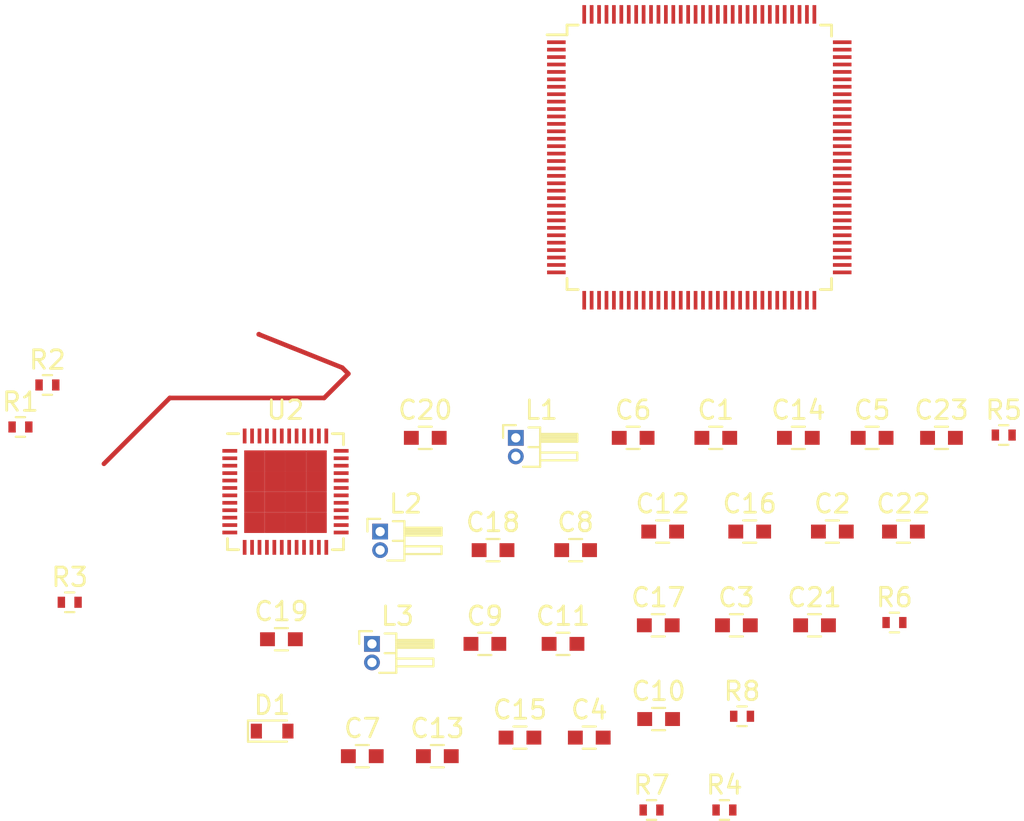
<source format=kicad_pcb>
(kicad_pcb (version 20171130) (host pcbnew no-vcs-found-3a74e52~61~ubuntu14.04.1)

  (general
    (thickness 1.6)
    (drawings 0)
    (tracks 6)
    (zones 0)
    (modules 37)
    (nets 166)
  )

  (page A4)
  (layers
    (0 F.Cu signal)
    (31 B.Cu signal)
    (32 B.Adhes user)
    (33 F.Adhes user)
    (34 B.Paste user)
    (35 F.Paste user)
    (36 B.SilkS user)
    (37 F.SilkS user hide)
    (38 B.Mask user)
    (39 F.Mask user)
    (40 Dwgs.User user)
    (41 Cmts.User user)
    (42 Eco1.User user)
    (43 Eco2.User user)
    (44 Edge.Cuts user)
    (45 Margin user)
    (46 B.CrtYd user)
    (47 F.CrtYd user)
    (48 B.Fab user)
    (49 F.Fab user hide)
  )

  (setup
    (last_trace_width 0.25)
    (trace_clearance 0.2)
    (zone_clearance 0.508)
    (zone_45_only no)
    (trace_min 0.2)
    (segment_width 0.2)
    (edge_width 0.15)
    (via_size 0.8)
    (via_drill 0.4)
    (via_min_size 0.4)
    (via_min_drill 0.3)
    (uvia_size 0.3)
    (uvia_drill 0.1)
    (uvias_allowed no)
    (uvia_min_size 0.2)
    (uvia_min_drill 0.1)
    (pcb_text_width 0.3)
    (pcb_text_size 1.5 1.5)
    (mod_edge_width 0.15)
    (mod_text_size 1 1)
    (mod_text_width 0.15)
    (pad_size 1.524 1.524)
    (pad_drill 0.762)
    (pad_to_mask_clearance 0.2)
    (aux_axis_origin 0 0)
    (visible_elements FFFFFF7F)
    (pcbplotparams
      (layerselection 0x010fc_ffffffff)
      (usegerberextensions false)
      (usegerberattributes false)
      (usegerberadvancedattributes false)
      (creategerberjobfile false)
      (excludeedgelayer true)
      (linewidth 0.100000)
      (plotframeref false)
      (viasonmask false)
      (mode 1)
      (useauxorigin false)
      (hpglpennumber 1)
      (hpglpenspeed 20)
      (hpglpendiameter 15)
      (psnegative false)
      (psa4output false)
      (plotreference true)
      (plotvalue true)
      (plotinvisibletext false)
      (padsonsilk false)
      (subtractmaskfromsilk false)
      (outputformat 1)
      (mirror false)
      (drillshape 1)
      (scaleselection 1)
      (outputdirectory ""))
  )

  (net 0 "")
  (net 1 "Net-(U1-Pad33)")
  (net 2 "Net-(U1-Pad32)")
  (net 3 "Net-(U1-Pad31)")
  (net 4 "Net-(U1-Pad30)")
  (net 5 "Net-(U1-Pad29)")
  (net 6 "Net-(U1-Pad28)")
  (net 7 "Net-(U1-Pad27)")
  (net 8 "Net-(U1-Pad26)")
  (net 9 "Net-(U1-Pad25)")
  (net 10 "Net-(U1-Pad24)")
  (net 11 "Net-(U1-Pad23)")
  (net 12 "Net-(U1-Pad22)")
  (net 13 "Net-(U1-Pad21)")
  (net 14 "Net-(U1-Pad20)")
  (net 15 "Net-(U1-Pad19)")
  (net 16 "Net-(U1-Pad18)")
  (net 17 "Net-(U1-Pad17)")
  (net 18 "Net-(U1-Pad16)")
  (net 19 "Net-(U1-Pad15)")
  (net 20 "Net-(U1-Pad14)")
  (net 21 "Net-(U1-Pad13)")
  (net 22 "Net-(U1-Pad12)")
  (net 23 "Net-(U1-Pad11)")
  (net 24 "Net-(U1-Pad10)")
  (net 25 "Net-(U1-Pad9)")
  (net 26 "Net-(U1-Pad8)")
  (net 27 "Net-(U1-Pad7)")
  (net 28 "Net-(U1-Pad6)")
  (net 29 "Net-(U1-Pad5)")
  (net 30 "Net-(U1-Pad4)")
  (net 31 "Net-(U1-Pad3)")
  (net 32 "Net-(U1-Pad2)")
  (net 33 "Net-(U1-Pad1)")
  (net 34 "Net-(U1-Pad34)")
  (net 35 "Net-(U1-Pad35)")
  (net 36 "Net-(U1-Pad36)")
  (net 37 "Net-(U1-Pad37)")
  (net 38 "Net-(U1-Pad38)")
  (net 39 "Net-(U1-Pad39)")
  (net 40 "Net-(U1-Pad40)")
  (net 41 "Net-(U1-Pad41)")
  (net 42 "Net-(U1-Pad42)")
  (net 43 "Net-(U1-Pad43)")
  (net 44 "Net-(U1-Pad44)")
  (net 45 "Net-(U1-Pad45)")
  (net 46 "Net-(U1-Pad46)")
  (net 47 "Net-(U1-Pad47)")
  (net 48 "Net-(U1-Pad48)")
  (net 49 "Net-(U1-Pad49)")
  (net 50 "Net-(U1-Pad50)")
  (net 51 "Net-(U1-Pad51)")
  (net 52 "Net-(U1-Pad52)")
  (net 53 "Net-(U1-Pad53)")
  (net 54 "Net-(U1-Pad54)")
  (net 55 "Net-(U1-Pad55)")
  (net 56 "Net-(U1-Pad56)")
  (net 57 "Net-(U1-Pad57)")
  (net 58 "Net-(U1-Pad58)")
  (net 59 "Net-(U1-Pad59)")
  (net 60 "Net-(U1-Pad60)")
  (net 61 "Net-(U1-Pad61)")
  (net 62 "Net-(U1-Pad62)")
  (net 63 "Net-(U1-Pad63)")
  (net 64 "Net-(U1-Pad64)")
  (net 65 "Net-(U1-Pad70)")
  (net 66 "Net-(U1-Pad71)")
  (net 67 "Net-(U1-Pad72)")
  (net 68 "Net-(U1-Pad73)")
  (net 69 "Net-(U1-Pad74)")
  (net 70 "Net-(U1-Pad75)")
  (net 71 "Net-(U1-Pad76)")
  (net 72 "Net-(U1-Pad77)")
  (net 73 "Net-(U1-Pad78)")
  (net 74 "Net-(U1-Pad79)")
  (net 75 "Net-(U1-Pad80)")
  (net 76 "Net-(U1-Pad81)")
  (net 77 "Net-(U1-Pad82)")
  (net 78 "Net-(U1-Pad83)")
  (net 79 "Net-(U1-Pad84)")
  (net 80 "Net-(U1-Pad85)")
  (net 81 "Net-(U1-Pad86)")
  (net 82 "Net-(U1-Pad87)")
  (net 83 "Net-(U1-Pad88)")
  (net 84 "Net-(U1-Pad89)")
  (net 85 "Net-(U1-Pad90)")
  (net 86 "Net-(U1-Pad91)")
  (net 87 "Net-(U1-Pad92)")
  (net 88 "Net-(U1-Pad93)")
  (net 89 "Net-(U1-Pad94)")
  (net 90 "Net-(U1-Pad95)")
  (net 91 "Net-(U1-Pad96)")
  (net 92 "Net-(U1-Pad97)")
  (net 93 "Net-(U1-Pad98)")
  (net 94 "Net-(U1-Pad99)")
  (net 95 "Net-(U1-Pad100)")
  (net 96 "Net-(U1-Pad101)")
  (net 97 "Net-(U1-Pad102)")
  (net 98 "Net-(U1-Pad103)")
  (net 99 "Net-(U1-Pad104)")
  (net 100 "Net-(U1-Pad105)")
  (net 101 "Net-(U1-Pad106)")
  (net 102 "Net-(U1-Pad107)")
  (net 103 "Net-(U1-Pad108)")
  (net 104 "Net-(U1-Pad109)")
  (net 105 "Net-(U1-Pad110)")
  (net 106 "Net-(U1-Pad111)")
  (net 107 "Net-(U1-Pad112)")
  (net 108 "Net-(U1-Pad113)")
  (net 109 "Net-(U1-Pad114)")
  (net 110 "Net-(U1-Pad115)")
  (net 111 "Net-(U1-Pad116)")
  (net 112 "Net-(U1-Pad117)")
  (net 113 "Net-(U1-Pad118)")
  (net 114 "Net-(U1-Pad119)")
  (net 115 "Net-(U1-Pad120)")
  (net 116 "Net-(U1-Pad121)")
  (net 117 "Net-(U1-Pad122)")
  (net 118 "Net-(U1-Pad123)")
  (net 119 "Net-(U1-Pad124)")
  (net 120 "Net-(U1-Pad125)")
  (net 121 "Net-(U1-Pad126)")
  (net 122 "Net-(U1-Pad127)")
  (net 123 "Net-(U1-Pad128)")
  (net 124 GND)
  (net 125 /power/PS)
  (net 126 /power/ACIN)
  (net 127 /power/USBVBUS)
  (net 128 "Net-(C4-Pad1)")
  (net 129 "Net-(C5-Pad1)")
  (net 130 "Net-(C17-Pad2)")
  (net 131 "Net-(C10-Pad1)")
  (net 132 DCDC3)
  (net 133 /power/LDO1)
  (net 134 /power/LDO2)
  (net 135 /power/LDO3)
  (net 136 /power/LDO4)
  (net 137 "Net-(C21-Pad1)")
  (net 138 "Net-(D1-Pad1)")
  (net 139 "Net-(D1-Pad2)")
  (net 140 "Net-(L1-Pad1)")
  (net 141 "Net-(L2-Pad1)")
  (net 142 "Net-(L3-Pad1)")
  (net 143 /power/RESET)
  (net 144 "Net-(U2-Pad1)")
  (net 145 "Net-(U2-Pad2)")
  (net 146 /power/GPIO3)
  (net 147 "Net-(U2-Pad4)")
  (net 148 /power/GPIO2)
  (net 149 "Net-(U2-Pad6)")
  (net 150 /power/GPIO1)
  (net 151 /power/GPIO0)
  (net 152 /power/EXTEN)
  (net 153 /power/VINT)
  (net 154 "Net-(U2-Pad30)")
  (net 155 "Net-(U2-Pad47)")
  (net 156 "Net-(U2-Pad48)")
  (net 157 "Net-(U2-Pad49)")
  (net 158 /power/DCDC2)
  (net 159 /power/VBAT)
  (net 160 /power/VCC-RTC)
  (net 161 /cpu/DCDC2)
  (net 162 /cpu/VBAT)
  (net 163 "Net-(R6-Pad1)")
  (net 164 "Net-(R4-Pad1)")
  (net 165 PS)

  (net_class Default 这是默认网络组.
    (clearance 0.2)
    (trace_width 0.25)
    (via_dia 0.8)
    (via_drill 0.4)
    (uvia_dia 0.3)
    (uvia_drill 0.1)
    (add_net /cpu/DCDC2)
    (add_net /cpu/VBAT)
    (add_net /power/ACIN)
    (add_net /power/DCDC2)
    (add_net /power/EXTEN)
    (add_net /power/GPIO0)
    (add_net /power/GPIO1)
    (add_net /power/GPIO2)
    (add_net /power/GPIO3)
    (add_net /power/LDO1)
    (add_net /power/LDO2)
    (add_net /power/LDO3)
    (add_net /power/LDO4)
    (add_net /power/PS)
    (add_net /power/RESET)
    (add_net /power/USBVBUS)
    (add_net /power/VBAT)
    (add_net /power/VCC-RTC)
    (add_net /power/VINT)
    (add_net DCDC3)
    (add_net GND)
    (add_net "Net-(C10-Pad1)")
    (add_net "Net-(C17-Pad2)")
    (add_net "Net-(C21-Pad1)")
    (add_net "Net-(C4-Pad1)")
    (add_net "Net-(C5-Pad1)")
    (add_net "Net-(D1-Pad1)")
    (add_net "Net-(D1-Pad2)")
    (add_net "Net-(L1-Pad1)")
    (add_net "Net-(L2-Pad1)")
    (add_net "Net-(L3-Pad1)")
    (add_net "Net-(R4-Pad1)")
    (add_net "Net-(R6-Pad1)")
    (add_net "Net-(U1-Pad1)")
    (add_net "Net-(U1-Pad10)")
    (add_net "Net-(U1-Pad100)")
    (add_net "Net-(U1-Pad101)")
    (add_net "Net-(U1-Pad102)")
    (add_net "Net-(U1-Pad103)")
    (add_net "Net-(U1-Pad104)")
    (add_net "Net-(U1-Pad105)")
    (add_net "Net-(U1-Pad106)")
    (add_net "Net-(U1-Pad107)")
    (add_net "Net-(U1-Pad108)")
    (add_net "Net-(U1-Pad109)")
    (add_net "Net-(U1-Pad11)")
    (add_net "Net-(U1-Pad110)")
    (add_net "Net-(U1-Pad111)")
    (add_net "Net-(U1-Pad112)")
    (add_net "Net-(U1-Pad113)")
    (add_net "Net-(U1-Pad114)")
    (add_net "Net-(U1-Pad115)")
    (add_net "Net-(U1-Pad116)")
    (add_net "Net-(U1-Pad117)")
    (add_net "Net-(U1-Pad118)")
    (add_net "Net-(U1-Pad119)")
    (add_net "Net-(U1-Pad12)")
    (add_net "Net-(U1-Pad120)")
    (add_net "Net-(U1-Pad121)")
    (add_net "Net-(U1-Pad122)")
    (add_net "Net-(U1-Pad123)")
    (add_net "Net-(U1-Pad124)")
    (add_net "Net-(U1-Pad125)")
    (add_net "Net-(U1-Pad126)")
    (add_net "Net-(U1-Pad127)")
    (add_net "Net-(U1-Pad128)")
    (add_net "Net-(U1-Pad13)")
    (add_net "Net-(U1-Pad14)")
    (add_net "Net-(U1-Pad15)")
    (add_net "Net-(U1-Pad16)")
    (add_net "Net-(U1-Pad17)")
    (add_net "Net-(U1-Pad18)")
    (add_net "Net-(U1-Pad19)")
    (add_net "Net-(U1-Pad2)")
    (add_net "Net-(U1-Pad20)")
    (add_net "Net-(U1-Pad21)")
    (add_net "Net-(U1-Pad22)")
    (add_net "Net-(U1-Pad23)")
    (add_net "Net-(U1-Pad24)")
    (add_net "Net-(U1-Pad25)")
    (add_net "Net-(U1-Pad26)")
    (add_net "Net-(U1-Pad27)")
    (add_net "Net-(U1-Pad28)")
    (add_net "Net-(U1-Pad29)")
    (add_net "Net-(U1-Pad3)")
    (add_net "Net-(U1-Pad30)")
    (add_net "Net-(U1-Pad31)")
    (add_net "Net-(U1-Pad32)")
    (add_net "Net-(U1-Pad33)")
    (add_net "Net-(U1-Pad34)")
    (add_net "Net-(U1-Pad35)")
    (add_net "Net-(U1-Pad36)")
    (add_net "Net-(U1-Pad37)")
    (add_net "Net-(U1-Pad38)")
    (add_net "Net-(U1-Pad39)")
    (add_net "Net-(U1-Pad4)")
    (add_net "Net-(U1-Pad40)")
    (add_net "Net-(U1-Pad41)")
    (add_net "Net-(U1-Pad42)")
    (add_net "Net-(U1-Pad43)")
    (add_net "Net-(U1-Pad44)")
    (add_net "Net-(U1-Pad45)")
    (add_net "Net-(U1-Pad46)")
    (add_net "Net-(U1-Pad47)")
    (add_net "Net-(U1-Pad48)")
    (add_net "Net-(U1-Pad49)")
    (add_net "Net-(U1-Pad5)")
    (add_net "Net-(U1-Pad50)")
    (add_net "Net-(U1-Pad51)")
    (add_net "Net-(U1-Pad52)")
    (add_net "Net-(U1-Pad53)")
    (add_net "Net-(U1-Pad54)")
    (add_net "Net-(U1-Pad55)")
    (add_net "Net-(U1-Pad56)")
    (add_net "Net-(U1-Pad57)")
    (add_net "Net-(U1-Pad58)")
    (add_net "Net-(U1-Pad59)")
    (add_net "Net-(U1-Pad6)")
    (add_net "Net-(U1-Pad60)")
    (add_net "Net-(U1-Pad61)")
    (add_net "Net-(U1-Pad62)")
    (add_net "Net-(U1-Pad63)")
    (add_net "Net-(U1-Pad64)")
    (add_net "Net-(U1-Pad7)")
    (add_net "Net-(U1-Pad70)")
    (add_net "Net-(U1-Pad71)")
    (add_net "Net-(U1-Pad72)")
    (add_net "Net-(U1-Pad73)")
    (add_net "Net-(U1-Pad74)")
    (add_net "Net-(U1-Pad75)")
    (add_net "Net-(U1-Pad76)")
    (add_net "Net-(U1-Pad77)")
    (add_net "Net-(U1-Pad78)")
    (add_net "Net-(U1-Pad79)")
    (add_net "Net-(U1-Pad8)")
    (add_net "Net-(U1-Pad80)")
    (add_net "Net-(U1-Pad81)")
    (add_net "Net-(U1-Pad82)")
    (add_net "Net-(U1-Pad83)")
    (add_net "Net-(U1-Pad84)")
    (add_net "Net-(U1-Pad85)")
    (add_net "Net-(U1-Pad86)")
    (add_net "Net-(U1-Pad87)")
    (add_net "Net-(U1-Pad88)")
    (add_net "Net-(U1-Pad89)")
    (add_net "Net-(U1-Pad9)")
    (add_net "Net-(U1-Pad90)")
    (add_net "Net-(U1-Pad91)")
    (add_net "Net-(U1-Pad92)")
    (add_net "Net-(U1-Pad93)")
    (add_net "Net-(U1-Pad94)")
    (add_net "Net-(U1-Pad95)")
    (add_net "Net-(U1-Pad96)")
    (add_net "Net-(U1-Pad97)")
    (add_net "Net-(U1-Pad98)")
    (add_net "Net-(U1-Pad99)")
    (add_net "Net-(U2-Pad1)")
    (add_net "Net-(U2-Pad2)")
    (add_net "Net-(U2-Pad30)")
    (add_net "Net-(U2-Pad4)")
    (add_net "Net-(U2-Pad47)")
    (add_net "Net-(U2-Pad48)")
    (add_net "Net-(U2-Pad49)")
    (add_net "Net-(U2-Pad6)")
    (add_net PS)
  )

  (module Capacitors_SMD:C_0603 (layer F.Cu) (tedit 59958EE7) (tstamp 5A43DB67)
    (at 72.973933 44.5072)
    (descr "Capacitor SMD 0603, reflow soldering, AVX (see smccp.pdf)")
    (tags "capacitor 0603")
    (path /5A4181BB/5A4A3D5C)
    (attr smd)
    (fp_text reference C1 (at 0 -1.5) (layer F.SilkS)
      (effects (font (size 1 1) (thickness 0.15)))
    )
    (fp_text value 10uF (at 0 1.5) (layer F.Fab)
      (effects (font (size 1 1) (thickness 0.15)))
    )
    (fp_text user %R (at 0 0) (layer F.Fab)
      (effects (font (size 0.3 0.3) (thickness 0.075)))
    )
    (fp_line (start -0.8 0.4) (end -0.8 -0.4) (layer F.Fab) (width 0.1))
    (fp_line (start 0.8 0.4) (end -0.8 0.4) (layer F.Fab) (width 0.1))
    (fp_line (start 0.8 -0.4) (end 0.8 0.4) (layer F.Fab) (width 0.1))
    (fp_line (start -0.8 -0.4) (end 0.8 -0.4) (layer F.Fab) (width 0.1))
    (fp_line (start -0.35 -0.6) (end 0.35 -0.6) (layer F.SilkS) (width 0.12))
    (fp_line (start 0.35 0.6) (end -0.35 0.6) (layer F.SilkS) (width 0.12))
    (fp_line (start -1.4 -0.65) (end 1.4 -0.65) (layer F.CrtYd) (width 0.05))
    (fp_line (start -1.4 -0.65) (end -1.4 0.65) (layer F.CrtYd) (width 0.05))
    (fp_line (start 1.4 0.65) (end 1.4 -0.65) (layer F.CrtYd) (width 0.05))
    (fp_line (start 1.4 0.65) (end -1.4 0.65) (layer F.CrtYd) (width 0.05))
    (pad 1 smd rect (at -0.75 0) (size 0.8 0.75) (layers F.Cu F.Paste F.Mask)
      (net 125 /power/PS))
    (pad 2 smd rect (at 0.75 0) (size 0.8 0.75) (layers F.Cu F.Paste F.Mask)
      (net 124 GND))
    (model Capacitors_SMD.3dshapes/C_0603.wrl
      (at (xyz 0 0 0))
      (scale (xyz 1 1 1))
      (rotate (xyz 0 0 0))
    )
  )

  (module Capacitors_SMD:C_0603 (layer F.Cu) (tedit 59958EE7) (tstamp 5A43DB78)
    (at 79.253933 49.5572)
    (descr "Capacitor SMD 0603, reflow soldering, AVX (see smccp.pdf)")
    (tags "capacitor 0603")
    (path /5A4181BB/5A4B0583)
    (attr smd)
    (fp_text reference C2 (at 0 -1.5) (layer F.SilkS)
      (effects (font (size 1 1) (thickness 0.15)))
    )
    (fp_text value 10uF (at 0 1.5) (layer F.Fab)
      (effects (font (size 1 1) (thickness 0.15)))
    )
    (fp_line (start 1.4 0.65) (end -1.4 0.65) (layer F.CrtYd) (width 0.05))
    (fp_line (start 1.4 0.65) (end 1.4 -0.65) (layer F.CrtYd) (width 0.05))
    (fp_line (start -1.4 -0.65) (end -1.4 0.65) (layer F.CrtYd) (width 0.05))
    (fp_line (start -1.4 -0.65) (end 1.4 -0.65) (layer F.CrtYd) (width 0.05))
    (fp_line (start 0.35 0.6) (end -0.35 0.6) (layer F.SilkS) (width 0.12))
    (fp_line (start -0.35 -0.6) (end 0.35 -0.6) (layer F.SilkS) (width 0.12))
    (fp_line (start -0.8 -0.4) (end 0.8 -0.4) (layer F.Fab) (width 0.1))
    (fp_line (start 0.8 -0.4) (end 0.8 0.4) (layer F.Fab) (width 0.1))
    (fp_line (start 0.8 0.4) (end -0.8 0.4) (layer F.Fab) (width 0.1))
    (fp_line (start -0.8 0.4) (end -0.8 -0.4) (layer F.Fab) (width 0.1))
    (fp_text user %R (at 0 0) (layer F.Fab)
      (effects (font (size 0.3 0.3) (thickness 0.075)))
    )
    (pad 2 smd rect (at 0.75 0) (size 0.8 0.75) (layers F.Cu F.Paste F.Mask)
      (net 124 GND))
    (pad 1 smd rect (at -0.75 0) (size 0.8 0.75) (layers F.Cu F.Paste F.Mask)
      (net 126 /power/ACIN))
    (model Capacitors_SMD.3dshapes/C_0603.wrl
      (at (xyz 0 0 0))
      (scale (xyz 1 1 1))
      (rotate (xyz 0 0 0))
    )
  )

  (module Capacitors_SMD:C_0603 (layer F.Cu) (tedit 59958EE7) (tstamp 5A43DB89)
    (at 74.083933 54.6072)
    (descr "Capacitor SMD 0603, reflow soldering, AVX (see smccp.pdf)")
    (tags "capacitor 0603")
    (path /5A4181BB/5A4BC04A)
    (attr smd)
    (fp_text reference C3 (at 0 -1.5) (layer F.SilkS)
      (effects (font (size 1 1) (thickness 0.15)))
    )
    (fp_text value 10uF (at 0 1.5) (layer F.Fab)
      (effects (font (size 1 1) (thickness 0.15)))
    )
    (fp_text user %R (at 0 0) (layer F.Fab)
      (effects (font (size 0.3 0.3) (thickness 0.075)))
    )
    (fp_line (start -0.8 0.4) (end -0.8 -0.4) (layer F.Fab) (width 0.1))
    (fp_line (start 0.8 0.4) (end -0.8 0.4) (layer F.Fab) (width 0.1))
    (fp_line (start 0.8 -0.4) (end 0.8 0.4) (layer F.Fab) (width 0.1))
    (fp_line (start -0.8 -0.4) (end 0.8 -0.4) (layer F.Fab) (width 0.1))
    (fp_line (start -0.35 -0.6) (end 0.35 -0.6) (layer F.SilkS) (width 0.12))
    (fp_line (start 0.35 0.6) (end -0.35 0.6) (layer F.SilkS) (width 0.12))
    (fp_line (start -1.4 -0.65) (end 1.4 -0.65) (layer F.CrtYd) (width 0.05))
    (fp_line (start -1.4 -0.65) (end -1.4 0.65) (layer F.CrtYd) (width 0.05))
    (fp_line (start 1.4 0.65) (end 1.4 -0.65) (layer F.CrtYd) (width 0.05))
    (fp_line (start 1.4 0.65) (end -1.4 0.65) (layer F.CrtYd) (width 0.05))
    (pad 1 smd rect (at -0.75 0) (size 0.8 0.75) (layers F.Cu F.Paste F.Mask)
      (net 127 /power/USBVBUS))
    (pad 2 smd rect (at 0.75 0) (size 0.8 0.75) (layers F.Cu F.Paste F.Mask)
      (net 124 GND))
    (model Capacitors_SMD.3dshapes/C_0603.wrl
      (at (xyz 0 0 0))
      (scale (xyz 1 1 1))
      (rotate (xyz 0 0 0))
    )
  )

  (module Capacitors_SMD:C_0603 (layer F.Cu) (tedit 59958EE7) (tstamp 5A43DB9A)
    (at 66.157743 60.6572)
    (descr "Capacitor SMD 0603, reflow soldering, AVX (see smccp.pdf)")
    (tags "capacitor 0603")
    (path /5A4181BB/5A514397)
    (attr smd)
    (fp_text reference C4 (at 0 -1.5) (layer F.SilkS)
      (effects (font (size 1 1) (thickness 0.15)))
    )
    (fp_text value 1uF (at 0 1.5) (layer F.Fab)
      (effects (font (size 1 1) (thickness 0.15)))
    )
    (fp_text user %R (at 0 0) (layer F.Fab)
      (effects (font (size 0.3 0.3) (thickness 0.075)))
    )
    (fp_line (start -0.8 0.4) (end -0.8 -0.4) (layer F.Fab) (width 0.1))
    (fp_line (start 0.8 0.4) (end -0.8 0.4) (layer F.Fab) (width 0.1))
    (fp_line (start 0.8 -0.4) (end 0.8 0.4) (layer F.Fab) (width 0.1))
    (fp_line (start -0.8 -0.4) (end 0.8 -0.4) (layer F.Fab) (width 0.1))
    (fp_line (start -0.35 -0.6) (end 0.35 -0.6) (layer F.SilkS) (width 0.12))
    (fp_line (start 0.35 0.6) (end -0.35 0.6) (layer F.SilkS) (width 0.12))
    (fp_line (start -1.4 -0.65) (end 1.4 -0.65) (layer F.CrtYd) (width 0.05))
    (fp_line (start -1.4 -0.65) (end -1.4 0.65) (layer F.CrtYd) (width 0.05))
    (fp_line (start 1.4 0.65) (end 1.4 -0.65) (layer F.CrtYd) (width 0.05))
    (fp_line (start 1.4 0.65) (end -1.4 0.65) (layer F.CrtYd) (width 0.05))
    (pad 1 smd rect (at -0.75 0) (size 0.8 0.75) (layers F.Cu F.Paste F.Mask)
      (net 128 "Net-(C4-Pad1)"))
    (pad 2 smd rect (at 0.75 0) (size 0.8 0.75) (layers F.Cu F.Paste F.Mask)
      (net 124 GND))
    (model Capacitors_SMD.3dshapes/C_0603.wrl
      (at (xyz 0 0 0))
      (scale (xyz 1 1 1))
      (rotate (xyz 0 0 0))
    )
  )

  (module Capacitors_SMD:C_0603 (layer F.Cu) (tedit 59958EE7) (tstamp 5A43DBAB)
    (at 81.397743 44.5072)
    (descr "Capacitor SMD 0603, reflow soldering, AVX (see smccp.pdf)")
    (tags "capacitor 0603")
    (path /5A4181BB/5A514489)
    (attr smd)
    (fp_text reference C5 (at 0 -1.5) (layer F.SilkS)
      (effects (font (size 1 1) (thickness 0.15)))
    )
    (fp_text value 1uF (at 0 1.5) (layer F.Fab)
      (effects (font (size 1 1) (thickness 0.15)))
    )
    (fp_text user %R (at 0 0) (layer F.Fab)
      (effects (font (size 0.3 0.3) (thickness 0.075)))
    )
    (fp_line (start -0.8 0.4) (end -0.8 -0.4) (layer F.Fab) (width 0.1))
    (fp_line (start 0.8 0.4) (end -0.8 0.4) (layer F.Fab) (width 0.1))
    (fp_line (start 0.8 -0.4) (end 0.8 0.4) (layer F.Fab) (width 0.1))
    (fp_line (start -0.8 -0.4) (end 0.8 -0.4) (layer F.Fab) (width 0.1))
    (fp_line (start -0.35 -0.6) (end 0.35 -0.6) (layer F.SilkS) (width 0.12))
    (fp_line (start 0.35 0.6) (end -0.35 0.6) (layer F.SilkS) (width 0.12))
    (fp_line (start -1.4 -0.65) (end 1.4 -0.65) (layer F.CrtYd) (width 0.05))
    (fp_line (start -1.4 -0.65) (end -1.4 0.65) (layer F.CrtYd) (width 0.05))
    (fp_line (start 1.4 0.65) (end 1.4 -0.65) (layer F.CrtYd) (width 0.05))
    (fp_line (start 1.4 0.65) (end -1.4 0.65) (layer F.CrtYd) (width 0.05))
    (pad 1 smd rect (at -0.75 0) (size 0.8 0.75) (layers F.Cu F.Paste F.Mask)
      (net 129 "Net-(C5-Pad1)"))
    (pad 2 smd rect (at 0.75 0) (size 0.8 0.75) (layers F.Cu F.Paste F.Mask)
      (net 124 GND))
    (model Capacitors_SMD.3dshapes/C_0603.wrl
      (at (xyz 0 0 0))
      (scale (xyz 1 1 1))
      (rotate (xyz 0 0 0))
    )
  )

  (module Capacitors_SMD:C_0603 (layer F.Cu) (tedit 59958EE7) (tstamp 5A43DBBC)
    (at 68.522028 44.5072)
    (descr "Capacitor SMD 0603, reflow soldering, AVX (see smccp.pdf)")
    (tags "capacitor 0603")
    (path /5A4181BB/5A576DBE)
    (attr smd)
    (fp_text reference C6 (at 0 -1.5) (layer F.SilkS)
      (effects (font (size 1 1) (thickness 0.15)))
    )
    (fp_text value 4.7uF (at 0 1.5) (layer F.Fab)
      (effects (font (size 1 1) (thickness 0.15)))
    )
    (fp_line (start 1.4 0.65) (end -1.4 0.65) (layer F.CrtYd) (width 0.05))
    (fp_line (start 1.4 0.65) (end 1.4 -0.65) (layer F.CrtYd) (width 0.05))
    (fp_line (start -1.4 -0.65) (end -1.4 0.65) (layer F.CrtYd) (width 0.05))
    (fp_line (start -1.4 -0.65) (end 1.4 -0.65) (layer F.CrtYd) (width 0.05))
    (fp_line (start 0.35 0.6) (end -0.35 0.6) (layer F.SilkS) (width 0.12))
    (fp_line (start -0.35 -0.6) (end 0.35 -0.6) (layer F.SilkS) (width 0.12))
    (fp_line (start -0.8 -0.4) (end 0.8 -0.4) (layer F.Fab) (width 0.1))
    (fp_line (start 0.8 -0.4) (end 0.8 0.4) (layer F.Fab) (width 0.1))
    (fp_line (start 0.8 0.4) (end -0.8 0.4) (layer F.Fab) (width 0.1))
    (fp_line (start -0.8 0.4) (end -0.8 -0.4) (layer F.Fab) (width 0.1))
    (fp_text user %R (at 0 0) (layer F.Fab)
      (effects (font (size 0.3 0.3) (thickness 0.075)))
    )
    (pad 2 smd rect (at 0.75 0) (size 0.8 0.75) (layers F.Cu F.Paste F.Mask)
      (net 124 GND))
    (pad 1 smd rect (at -0.75 0) (size 0.8 0.75) (layers F.Cu F.Paste F.Mask)
      (net 125 /power/PS))
    (model Capacitors_SMD.3dshapes/C_0603.wrl
      (at (xyz 0 0 0))
      (scale (xyz 1 1 1))
      (rotate (xyz 0 0 0))
    )
  )

  (module Capacitors_SMD:C_0603 (layer F.Cu) (tedit 59958EE7) (tstamp 5A43DBCD)
    (at 53.929171 61.6572)
    (descr "Capacitor SMD 0603, reflow soldering, AVX (see smccp.pdf)")
    (tags "capacitor 0603")
    (path /5A4181BB/5A576AF8)
    (attr smd)
    (fp_text reference C7 (at 0 -1.5) (layer F.SilkS)
      (effects (font (size 1 1) (thickness 0.15)))
    )
    (fp_text value 104 (at 0 1.5) (layer F.Fab)
      (effects (font (size 1 1) (thickness 0.15)))
    )
    (fp_line (start 1.4 0.65) (end -1.4 0.65) (layer F.CrtYd) (width 0.05))
    (fp_line (start 1.4 0.65) (end 1.4 -0.65) (layer F.CrtYd) (width 0.05))
    (fp_line (start -1.4 -0.65) (end -1.4 0.65) (layer F.CrtYd) (width 0.05))
    (fp_line (start -1.4 -0.65) (end 1.4 -0.65) (layer F.CrtYd) (width 0.05))
    (fp_line (start 0.35 0.6) (end -0.35 0.6) (layer F.SilkS) (width 0.12))
    (fp_line (start -0.35 -0.6) (end 0.35 -0.6) (layer F.SilkS) (width 0.12))
    (fp_line (start -0.8 -0.4) (end 0.8 -0.4) (layer F.Fab) (width 0.1))
    (fp_line (start 0.8 -0.4) (end 0.8 0.4) (layer F.Fab) (width 0.1))
    (fp_line (start 0.8 0.4) (end -0.8 0.4) (layer F.Fab) (width 0.1))
    (fp_line (start -0.8 0.4) (end -0.8 -0.4) (layer F.Fab) (width 0.1))
    (fp_text user %R (at 0 0) (layer F.Fab)
      (effects (font (size 0.3 0.3) (thickness 0.075)))
    )
    (pad 2 smd rect (at 0.75 0) (size 0.8 0.75) (layers F.Cu F.Paste F.Mask)
      (net 125 /power/PS))
    (pad 1 smd rect (at -0.75 0) (size 0.8 0.75) (layers F.Cu F.Paste F.Mask)
      (net 124 GND))
    (model Capacitors_SMD.3dshapes/C_0603.wrl
      (at (xyz 0 0 0))
      (scale (xyz 1 1 1))
      (rotate (xyz 0 0 0))
    )
  )

  (module Capacitors_SMD:C_0603 (layer F.Cu) (tedit 59958EE7) (tstamp 5A43DBDE)
    (at 65.422028 50.5572)
    (descr "Capacitor SMD 0603, reflow soldering, AVX (see smccp.pdf)")
    (tags "capacitor 0603")
    (path /5A4181BB/5A41E8D7)
    (attr smd)
    (fp_text reference C8 (at 0 -1.5) (layer F.SilkS)
      (effects (font (size 1 1) (thickness 0.15)))
    )
    (fp_text value 4.7uF (at 0 1.5) (layer F.Fab)
      (effects (font (size 1 1) (thickness 0.15)))
    )
    (fp_line (start 1.4 0.65) (end -1.4 0.65) (layer F.CrtYd) (width 0.05))
    (fp_line (start 1.4 0.65) (end 1.4 -0.65) (layer F.CrtYd) (width 0.05))
    (fp_line (start -1.4 -0.65) (end -1.4 0.65) (layer F.CrtYd) (width 0.05))
    (fp_line (start -1.4 -0.65) (end 1.4 -0.65) (layer F.CrtYd) (width 0.05))
    (fp_line (start 0.35 0.6) (end -0.35 0.6) (layer F.SilkS) (width 0.12))
    (fp_line (start -0.35 -0.6) (end 0.35 -0.6) (layer F.SilkS) (width 0.12))
    (fp_line (start -0.8 -0.4) (end 0.8 -0.4) (layer F.Fab) (width 0.1))
    (fp_line (start 0.8 -0.4) (end 0.8 0.4) (layer F.Fab) (width 0.1))
    (fp_line (start 0.8 0.4) (end -0.8 0.4) (layer F.Fab) (width 0.1))
    (fp_line (start -0.8 0.4) (end -0.8 -0.4) (layer F.Fab) (width 0.1))
    (fp_text user %R (at 0 0) (layer F.Fab)
      (effects (font (size 0.3 0.3) (thickness 0.075)))
    )
    (pad 2 smd rect (at 0.75 0) (size 0.8 0.75) (layers F.Cu F.Paste F.Mask)
      (net 125 /power/PS))
    (pad 1 smd rect (at -0.75 0) (size 0.8 0.75) (layers F.Cu F.Paste F.Mask)
      (net 124 GND))
    (model Capacitors_SMD.3dshapes/C_0603.wrl
      (at (xyz 0 0 0))
      (scale (xyz 1 1 1))
      (rotate (xyz 0 0 0))
    )
  )

  (module Capacitors_SMD:C_0603 (layer F.Cu) (tedit 59958EE7) (tstamp 5A43DBEF)
    (at 60.533933 55.6072)
    (descr "Capacitor SMD 0603, reflow soldering, AVX (see smccp.pdf)")
    (tags "capacitor 0603")
    (path /5A4181BB/5A4207FA)
    (attr smd)
    (fp_text reference C9 (at 0 -1.5) (layer F.SilkS)
      (effects (font (size 1 1) (thickness 0.15)))
    )
    (fp_text value 10uF (at 0 1.5) (layer F.Fab)
      (effects (font (size 1 1) (thickness 0.15)))
    )
    (fp_text user %R (at 0 0) (layer F.Fab)
      (effects (font (size 0.3 0.3) (thickness 0.075)))
    )
    (fp_line (start -0.8 0.4) (end -0.8 -0.4) (layer F.Fab) (width 0.1))
    (fp_line (start 0.8 0.4) (end -0.8 0.4) (layer F.Fab) (width 0.1))
    (fp_line (start 0.8 -0.4) (end 0.8 0.4) (layer F.Fab) (width 0.1))
    (fp_line (start -0.8 -0.4) (end 0.8 -0.4) (layer F.Fab) (width 0.1))
    (fp_line (start -0.35 -0.6) (end 0.35 -0.6) (layer F.SilkS) (width 0.12))
    (fp_line (start 0.35 0.6) (end -0.35 0.6) (layer F.SilkS) (width 0.12))
    (fp_line (start -1.4 -0.65) (end 1.4 -0.65) (layer F.CrtYd) (width 0.05))
    (fp_line (start -1.4 -0.65) (end -1.4 0.65) (layer F.CrtYd) (width 0.05))
    (fp_line (start 1.4 0.65) (end 1.4 -0.65) (layer F.CrtYd) (width 0.05))
    (fp_line (start 1.4 0.65) (end -1.4 0.65) (layer F.CrtYd) (width 0.05))
    (pad 1 smd rect (at -0.75 0) (size 0.8 0.75) (layers F.Cu F.Paste F.Mask)
      (net 130 "Net-(C17-Pad2)"))
    (pad 2 smd rect (at 0.75 0) (size 0.8 0.75) (layers F.Cu F.Paste F.Mask)
      (net 125 /power/PS))
    (model Capacitors_SMD.3dshapes/C_0603.wrl
      (at (xyz 0 0 0))
      (scale (xyz 1 1 1))
      (rotate (xyz 0 0 0))
    )
  )

  (module Capacitors_SMD:C_0603 (layer F.Cu) (tedit 59958EE7) (tstamp 5A43DC00)
    (at 69.893933 59.6572)
    (descr "Capacitor SMD 0603, reflow soldering, AVX (see smccp.pdf)")
    (tags "capacitor 0603")
    (path /5A4181BB/5A43DEA9)
    (attr smd)
    (fp_text reference C10 (at 0 -1.5) (layer F.SilkS)
      (effects (font (size 1 1) (thickness 0.15)))
    )
    (fp_text value 10uF (at 0 1.5) (layer F.Fab)
      (effects (font (size 1 1) (thickness 0.15)))
    )
    (fp_line (start 1.4 0.65) (end -1.4 0.65) (layer F.CrtYd) (width 0.05))
    (fp_line (start 1.4 0.65) (end 1.4 -0.65) (layer F.CrtYd) (width 0.05))
    (fp_line (start -1.4 -0.65) (end -1.4 0.65) (layer F.CrtYd) (width 0.05))
    (fp_line (start -1.4 -0.65) (end 1.4 -0.65) (layer F.CrtYd) (width 0.05))
    (fp_line (start 0.35 0.6) (end -0.35 0.6) (layer F.SilkS) (width 0.12))
    (fp_line (start -0.35 -0.6) (end 0.35 -0.6) (layer F.SilkS) (width 0.12))
    (fp_line (start -0.8 -0.4) (end 0.8 -0.4) (layer F.Fab) (width 0.1))
    (fp_line (start 0.8 -0.4) (end 0.8 0.4) (layer F.Fab) (width 0.1))
    (fp_line (start 0.8 0.4) (end -0.8 0.4) (layer F.Fab) (width 0.1))
    (fp_line (start -0.8 0.4) (end -0.8 -0.4) (layer F.Fab) (width 0.1))
    (fp_text user %R (at 0 0) (layer F.Fab)
      (effects (font (size 0.3 0.3) (thickness 0.075)))
    )
    (pad 2 smd rect (at 0.75 0) (size 0.8 0.75) (layers F.Cu F.Paste F.Mask)
      (net 125 /power/PS))
    (pad 1 smd rect (at -0.75 0) (size 0.8 0.75) (layers F.Cu F.Paste F.Mask)
      (net 131 "Net-(C10-Pad1)"))
    (model Capacitors_SMD.3dshapes/C_0603.wrl
      (at (xyz 0 0 0))
      (scale (xyz 1 1 1))
      (rotate (xyz 0 0 0))
    )
  )

  (module Capacitors_SMD:C_0603 (layer F.Cu) (tedit 59958EE7) (tstamp 5A43DC11)
    (at 64.743933 55.6072)
    (descr "Capacitor SMD 0603, reflow soldering, AVX (see smccp.pdf)")
    (tags "capacitor 0603")
    (path /5A4181BB/5A43F2AB)
    (attr smd)
    (fp_text reference C11 (at 0 -1.5) (layer F.SilkS)
      (effects (font (size 1 1) (thickness 0.15)))
    )
    (fp_text value 10uF (at 0 1.5) (layer F.Fab)
      (effects (font (size 1 1) (thickness 0.15)))
    )
    (fp_text user %R (at 0 0) (layer F.Fab)
      (effects (font (size 0.3 0.3) (thickness 0.075)))
    )
    (fp_line (start -0.8 0.4) (end -0.8 -0.4) (layer F.Fab) (width 0.1))
    (fp_line (start 0.8 0.4) (end -0.8 0.4) (layer F.Fab) (width 0.1))
    (fp_line (start 0.8 -0.4) (end 0.8 0.4) (layer F.Fab) (width 0.1))
    (fp_line (start -0.8 -0.4) (end 0.8 -0.4) (layer F.Fab) (width 0.1))
    (fp_line (start -0.35 -0.6) (end 0.35 -0.6) (layer F.SilkS) (width 0.12))
    (fp_line (start 0.35 0.6) (end -0.35 0.6) (layer F.SilkS) (width 0.12))
    (fp_line (start -1.4 -0.65) (end 1.4 -0.65) (layer F.CrtYd) (width 0.05))
    (fp_line (start -1.4 -0.65) (end -1.4 0.65) (layer F.CrtYd) (width 0.05))
    (fp_line (start 1.4 0.65) (end 1.4 -0.65) (layer F.CrtYd) (width 0.05))
    (fp_line (start 1.4 0.65) (end -1.4 0.65) (layer F.CrtYd) (width 0.05))
    (pad 1 smd rect (at -0.75 0) (size 0.8 0.75) (layers F.Cu F.Paste F.Mask)
      (net 124 GND))
    (pad 2 smd rect (at 0.75 0) (size 0.8 0.75) (layers F.Cu F.Paste F.Mask)
      (net 132 DCDC3))
    (model Capacitors_SMD.3dshapes/C_0603.wrl
      (at (xyz 0 0 0))
      (scale (xyz 1 1 1))
      (rotate (xyz 0 0 0))
    )
  )

  (module Capacitors_SMD:C_0603 (layer F.Cu) (tedit 59958EE7) (tstamp 5A43DC22)
    (at 70.112028 49.5572)
    (descr "Capacitor SMD 0603, reflow soldering, AVX (see smccp.pdf)")
    (tags "capacitor 0603")
    (path /5A4181BB/5A440683)
    (attr smd)
    (fp_text reference C12 (at 0 -1.5) (layer F.SilkS)
      (effects (font (size 1 1) (thickness 0.15)))
    )
    (fp_text value 4.7uF (at 0 1.5) (layer F.Fab)
      (effects (font (size 1 1) (thickness 0.15)))
    )
    (fp_line (start 1.4 0.65) (end -1.4 0.65) (layer F.CrtYd) (width 0.05))
    (fp_line (start 1.4 0.65) (end 1.4 -0.65) (layer F.CrtYd) (width 0.05))
    (fp_line (start -1.4 -0.65) (end -1.4 0.65) (layer F.CrtYd) (width 0.05))
    (fp_line (start -1.4 -0.65) (end 1.4 -0.65) (layer F.CrtYd) (width 0.05))
    (fp_line (start 0.35 0.6) (end -0.35 0.6) (layer F.SilkS) (width 0.12))
    (fp_line (start -0.35 -0.6) (end 0.35 -0.6) (layer F.SilkS) (width 0.12))
    (fp_line (start -0.8 -0.4) (end 0.8 -0.4) (layer F.Fab) (width 0.1))
    (fp_line (start 0.8 -0.4) (end 0.8 0.4) (layer F.Fab) (width 0.1))
    (fp_line (start 0.8 0.4) (end -0.8 0.4) (layer F.Fab) (width 0.1))
    (fp_line (start -0.8 0.4) (end -0.8 -0.4) (layer F.Fab) (width 0.1))
    (fp_text user %R (at 0 0) (layer F.Fab)
      (effects (font (size 0.3 0.3) (thickness 0.075)))
    )
    (pad 2 smd rect (at 0.75 0) (size 0.8 0.75) (layers F.Cu F.Paste F.Mask)
      (net 133 /power/LDO1))
    (pad 1 smd rect (at -0.75 0) (size 0.8 0.75) (layers F.Cu F.Paste F.Mask)
      (net 124 GND))
    (model Capacitors_SMD.3dshapes/C_0603.wrl
      (at (xyz 0 0 0))
      (scale (xyz 1 1 1))
      (rotate (xyz 0 0 0))
    )
  )

  (module Capacitors_SMD:C_0603 (layer F.Cu) (tedit 59958EE7) (tstamp 5A43DC33)
    (at 57.972028 61.6572)
    (descr "Capacitor SMD 0603, reflow soldering, AVX (see smccp.pdf)")
    (tags "capacitor 0603")
    (path /5A4181BB/5A4406BD)
    (attr smd)
    (fp_text reference C13 (at 0 -1.5) (layer F.SilkS)
      (effects (font (size 1 1) (thickness 0.15)))
    )
    (fp_text value 4.7uF (at 0 1.5) (layer F.Fab)
      (effects (font (size 1 1) (thickness 0.15)))
    )
    (fp_text user %R (at 0 0) (layer F.Fab)
      (effects (font (size 0.3 0.3) (thickness 0.075)))
    )
    (fp_line (start -0.8 0.4) (end -0.8 -0.4) (layer F.Fab) (width 0.1))
    (fp_line (start 0.8 0.4) (end -0.8 0.4) (layer F.Fab) (width 0.1))
    (fp_line (start 0.8 -0.4) (end 0.8 0.4) (layer F.Fab) (width 0.1))
    (fp_line (start -0.8 -0.4) (end 0.8 -0.4) (layer F.Fab) (width 0.1))
    (fp_line (start -0.35 -0.6) (end 0.35 -0.6) (layer F.SilkS) (width 0.12))
    (fp_line (start 0.35 0.6) (end -0.35 0.6) (layer F.SilkS) (width 0.12))
    (fp_line (start -1.4 -0.65) (end 1.4 -0.65) (layer F.CrtYd) (width 0.05))
    (fp_line (start -1.4 -0.65) (end -1.4 0.65) (layer F.CrtYd) (width 0.05))
    (fp_line (start 1.4 0.65) (end 1.4 -0.65) (layer F.CrtYd) (width 0.05))
    (fp_line (start 1.4 0.65) (end -1.4 0.65) (layer F.CrtYd) (width 0.05))
    (pad 1 smd rect (at -0.75 0) (size 0.8 0.75) (layers F.Cu F.Paste F.Mask)
      (net 124 GND))
    (pad 2 smd rect (at 0.75 0) (size 0.8 0.75) (layers F.Cu F.Paste F.Mask)
      (net 134 /power/LDO2))
    (model Capacitors_SMD.3dshapes/C_0603.wrl
      (at (xyz 0 0 0))
      (scale (xyz 1 1 1))
      (rotate (xyz 0 0 0))
    )
  )

  (module Capacitors_SMD:C_0603 (layer F.Cu) (tedit 59958EE7) (tstamp 5A43DC44)
    (at 77.422028 44.5072)
    (descr "Capacitor SMD 0603, reflow soldering, AVX (see smccp.pdf)")
    (tags "capacitor 0603")
    (path /5A4181BB/5A4406F9)
    (attr smd)
    (fp_text reference C14 (at 0 -1.5) (layer F.SilkS)
      (effects (font (size 1 1) (thickness 0.15)))
    )
    (fp_text value 4.7uF (at 0 1.5) (layer F.Fab)
      (effects (font (size 1 1) (thickness 0.15)))
    )
    (fp_line (start 1.4 0.65) (end -1.4 0.65) (layer F.CrtYd) (width 0.05))
    (fp_line (start 1.4 0.65) (end 1.4 -0.65) (layer F.CrtYd) (width 0.05))
    (fp_line (start -1.4 -0.65) (end -1.4 0.65) (layer F.CrtYd) (width 0.05))
    (fp_line (start -1.4 -0.65) (end 1.4 -0.65) (layer F.CrtYd) (width 0.05))
    (fp_line (start 0.35 0.6) (end -0.35 0.6) (layer F.SilkS) (width 0.12))
    (fp_line (start -0.35 -0.6) (end 0.35 -0.6) (layer F.SilkS) (width 0.12))
    (fp_line (start -0.8 -0.4) (end 0.8 -0.4) (layer F.Fab) (width 0.1))
    (fp_line (start 0.8 -0.4) (end 0.8 0.4) (layer F.Fab) (width 0.1))
    (fp_line (start 0.8 0.4) (end -0.8 0.4) (layer F.Fab) (width 0.1))
    (fp_line (start -0.8 0.4) (end -0.8 -0.4) (layer F.Fab) (width 0.1))
    (fp_text user %R (at 0 0) (layer F.Fab)
      (effects (font (size 0.3 0.3) (thickness 0.075)))
    )
    (pad 2 smd rect (at 0.75 0) (size 0.8 0.75) (layers F.Cu F.Paste F.Mask)
      (net 135 /power/LDO3))
    (pad 1 smd rect (at -0.75 0) (size 0.8 0.75) (layers F.Cu F.Paste F.Mask)
      (net 124 GND))
    (model Capacitors_SMD.3dshapes/C_0603.wrl
      (at (xyz 0 0 0))
      (scale (xyz 1 1 1))
      (rotate (xyz 0 0 0))
    )
  )

  (module Capacitors_SMD:C_0603 (layer F.Cu) (tedit 59958EE7) (tstamp 5A43DC55)
    (at 62.423933 60.6572)
    (descr "Capacitor SMD 0603, reflow soldering, AVX (see smccp.pdf)")
    (tags "capacitor 0603")
    (path /5A4181BB/5A459B0D)
    (attr smd)
    (fp_text reference C15 (at 0 -1.5) (layer F.SilkS)
      (effects (font (size 1 1) (thickness 0.15)))
    )
    (fp_text value 10uF (at 0 1.5) (layer F.Fab)
      (effects (font (size 1 1) (thickness 0.15)))
    )
    (fp_text user %R (at 0 0) (layer F.Fab)
      (effects (font (size 0.3 0.3) (thickness 0.075)))
    )
    (fp_line (start -0.8 0.4) (end -0.8 -0.4) (layer F.Fab) (width 0.1))
    (fp_line (start 0.8 0.4) (end -0.8 0.4) (layer F.Fab) (width 0.1))
    (fp_line (start 0.8 -0.4) (end 0.8 0.4) (layer F.Fab) (width 0.1))
    (fp_line (start -0.8 -0.4) (end 0.8 -0.4) (layer F.Fab) (width 0.1))
    (fp_line (start -0.35 -0.6) (end 0.35 -0.6) (layer F.SilkS) (width 0.12))
    (fp_line (start 0.35 0.6) (end -0.35 0.6) (layer F.SilkS) (width 0.12))
    (fp_line (start -1.4 -0.65) (end 1.4 -0.65) (layer F.CrtYd) (width 0.05))
    (fp_line (start -1.4 -0.65) (end -1.4 0.65) (layer F.CrtYd) (width 0.05))
    (fp_line (start 1.4 0.65) (end 1.4 -0.65) (layer F.CrtYd) (width 0.05))
    (fp_line (start 1.4 0.65) (end -1.4 0.65) (layer F.CrtYd) (width 0.05))
    (pad 1 smd rect (at -0.75 0) (size 0.8 0.75) (layers F.Cu F.Paste F.Mask)
      (net 124 GND))
    (pad 2 smd rect (at 0.75 0) (size 0.8 0.75) (layers F.Cu F.Paste F.Mask)
      (net 132 DCDC3))
    (model Capacitors_SMD.3dshapes/C_0603.wrl
      (at (xyz 0 0 0))
      (scale (xyz 1 1 1))
      (rotate (xyz 0 0 0))
    )
  )

  (module Capacitors_SMD:C_0603 (layer F.Cu) (tedit 59958EE7) (tstamp 5A43DC66)
    (at 74.802028 49.5572)
    (descr "Capacitor SMD 0603, reflow soldering, AVX (see smccp.pdf)")
    (tags "capacitor 0603")
    (path /5A4181BB/5A459B57)
    (attr smd)
    (fp_text reference C16 (at 0 -1.5) (layer F.SilkS)
      (effects (font (size 1 1) (thickness 0.15)))
    )
    (fp_text value 4.7uF (at 0 1.5) (layer F.Fab)
      (effects (font (size 1 1) (thickness 0.15)))
    )
    (fp_line (start 1.4 0.65) (end -1.4 0.65) (layer F.CrtYd) (width 0.05))
    (fp_line (start 1.4 0.65) (end 1.4 -0.65) (layer F.CrtYd) (width 0.05))
    (fp_line (start -1.4 -0.65) (end -1.4 0.65) (layer F.CrtYd) (width 0.05))
    (fp_line (start -1.4 -0.65) (end 1.4 -0.65) (layer F.CrtYd) (width 0.05))
    (fp_line (start 0.35 0.6) (end -0.35 0.6) (layer F.SilkS) (width 0.12))
    (fp_line (start -0.35 -0.6) (end 0.35 -0.6) (layer F.SilkS) (width 0.12))
    (fp_line (start -0.8 -0.4) (end 0.8 -0.4) (layer F.Fab) (width 0.1))
    (fp_line (start 0.8 -0.4) (end 0.8 0.4) (layer F.Fab) (width 0.1))
    (fp_line (start 0.8 0.4) (end -0.8 0.4) (layer F.Fab) (width 0.1))
    (fp_line (start -0.8 0.4) (end -0.8 -0.4) (layer F.Fab) (width 0.1))
    (fp_text user %R (at 0 0) (layer F.Fab)
      (effects (font (size 0.3 0.3) (thickness 0.075)))
    )
    (pad 2 smd rect (at 0.75 0) (size 0.8 0.75) (layers F.Cu F.Paste F.Mask)
      (net 136 /power/LDO4))
    (pad 1 smd rect (at -0.75 0) (size 0.8 0.75) (layers F.Cu F.Paste F.Mask)
      (net 124 GND))
    (model Capacitors_SMD.3dshapes/C_0603.wrl
      (at (xyz 0 0 0))
      (scale (xyz 1 1 1))
      (rotate (xyz 0 0 0))
    )
  )

  (module Capacitors_SMD:C_0603 (layer F.Cu) (tedit 59958EE7) (tstamp 5A43DC77)
    (at 69.873933 54.6072)
    (descr "Capacitor SMD 0603, reflow soldering, AVX (see smccp.pdf)")
    (tags "capacitor 0603")
    (path /5A4181BB/5A420857)
    (attr smd)
    (fp_text reference C17 (at 0 -1.5) (layer F.SilkS)
      (effects (font (size 1 1) (thickness 0.15)))
    )
    (fp_text value 10uF (at 0 1.5) (layer F.Fab)
      (effects (font (size 1 1) (thickness 0.15)))
    )
    (fp_line (start 1.4 0.65) (end -1.4 0.65) (layer F.CrtYd) (width 0.05))
    (fp_line (start 1.4 0.65) (end 1.4 -0.65) (layer F.CrtYd) (width 0.05))
    (fp_line (start -1.4 -0.65) (end -1.4 0.65) (layer F.CrtYd) (width 0.05))
    (fp_line (start -1.4 -0.65) (end 1.4 -0.65) (layer F.CrtYd) (width 0.05))
    (fp_line (start 0.35 0.6) (end -0.35 0.6) (layer F.SilkS) (width 0.12))
    (fp_line (start -0.35 -0.6) (end 0.35 -0.6) (layer F.SilkS) (width 0.12))
    (fp_line (start -0.8 -0.4) (end 0.8 -0.4) (layer F.Fab) (width 0.1))
    (fp_line (start 0.8 -0.4) (end 0.8 0.4) (layer F.Fab) (width 0.1))
    (fp_line (start 0.8 0.4) (end -0.8 0.4) (layer F.Fab) (width 0.1))
    (fp_line (start -0.8 0.4) (end -0.8 -0.4) (layer F.Fab) (width 0.1))
    (fp_text user %R (at 0 0) (layer F.Fab)
      (effects (font (size 0.3 0.3) (thickness 0.075)))
    )
    (pad 2 smd rect (at 0.75 0) (size 0.8 0.75) (layers F.Cu F.Paste F.Mask)
      (net 130 "Net-(C17-Pad2)"))
    (pad 1 smd rect (at -0.75 0) (size 0.8 0.75) (layers F.Cu F.Paste F.Mask)
      (net 158 /power/DCDC2))
    (model Capacitors_SMD.3dshapes/C_0603.wrl
      (at (xyz 0 0 0))
      (scale (xyz 1 1 1))
      (rotate (xyz 0 0 0))
    )
  )

  (module Capacitors_SMD:C_0603 (layer F.Cu) (tedit 59958EE7) (tstamp 5A43DC88)
    (at 60.973933 50.5572)
    (descr "Capacitor SMD 0603, reflow soldering, AVX (see smccp.pdf)")
    (tags "capacitor 0603")
    (path /5A4181BB/5A43DEAF)
    (attr smd)
    (fp_text reference C18 (at 0 -1.5) (layer F.SilkS)
      (effects (font (size 1 1) (thickness 0.15)))
    )
    (fp_text value 10uF (at 0 1.5) (layer F.Fab)
      (effects (font (size 1 1) (thickness 0.15)))
    )
    (fp_text user %R (at 0 0) (layer F.Fab)
      (effects (font (size 0.3 0.3) (thickness 0.075)))
    )
    (fp_line (start -0.8 0.4) (end -0.8 -0.4) (layer F.Fab) (width 0.1))
    (fp_line (start 0.8 0.4) (end -0.8 0.4) (layer F.Fab) (width 0.1))
    (fp_line (start 0.8 -0.4) (end 0.8 0.4) (layer F.Fab) (width 0.1))
    (fp_line (start -0.8 -0.4) (end 0.8 -0.4) (layer F.Fab) (width 0.1))
    (fp_line (start -0.35 -0.6) (end 0.35 -0.6) (layer F.SilkS) (width 0.12))
    (fp_line (start 0.35 0.6) (end -0.35 0.6) (layer F.SilkS) (width 0.12))
    (fp_line (start -1.4 -0.65) (end 1.4 -0.65) (layer F.CrtYd) (width 0.05))
    (fp_line (start -1.4 -0.65) (end -1.4 0.65) (layer F.CrtYd) (width 0.05))
    (fp_line (start 1.4 0.65) (end 1.4 -0.65) (layer F.CrtYd) (width 0.05))
    (fp_line (start 1.4 0.65) (end -1.4 0.65) (layer F.CrtYd) (width 0.05))
    (pad 1 smd rect (at -0.75 0) (size 0.8 0.75) (layers F.Cu F.Paste F.Mask)
      (net 132 DCDC3))
    (pad 2 smd rect (at 0.75 0) (size 0.8 0.75) (layers F.Cu F.Paste F.Mask)
      (net 131 "Net-(C10-Pad1)"))
    (model Capacitors_SMD.3dshapes/C_0603.wrl
      (at (xyz 0 0 0))
      (scale (xyz 1 1 1))
      (rotate (xyz 0 0 0))
    )
  )

  (module Capacitors_SMD:C_0603 (layer F.Cu) (tedit 59958EE7) (tstamp 5A43DC99)
    (at 49.571552 55.3572)
    (descr "Capacitor SMD 0603, reflow soldering, AVX (see smccp.pdf)")
    (tags "capacitor 0603")
    (path /5A4181BB/5A42089D)
    (attr smd)
    (fp_text reference C19 (at 0 -1.5) (layer F.SilkS)
      (effects (font (size 1 1) (thickness 0.15)))
    )
    (fp_text value 10uF/NC (at 0 1.5) (layer F.Fab)
      (effects (font (size 1 1) (thickness 0.15)))
    )
    (fp_text user %R (at 0 0) (layer F.Fab)
      (effects (font (size 0.3 0.3) (thickness 0.075)))
    )
    (fp_line (start -0.8 0.4) (end -0.8 -0.4) (layer F.Fab) (width 0.1))
    (fp_line (start 0.8 0.4) (end -0.8 0.4) (layer F.Fab) (width 0.1))
    (fp_line (start 0.8 -0.4) (end 0.8 0.4) (layer F.Fab) (width 0.1))
    (fp_line (start -0.8 -0.4) (end 0.8 -0.4) (layer F.Fab) (width 0.1))
    (fp_line (start -0.35 -0.6) (end 0.35 -0.6) (layer F.SilkS) (width 0.12))
    (fp_line (start 0.35 0.6) (end -0.35 0.6) (layer F.SilkS) (width 0.12))
    (fp_line (start -1.4 -0.65) (end 1.4 -0.65) (layer F.CrtYd) (width 0.05))
    (fp_line (start -1.4 -0.65) (end -1.4 0.65) (layer F.CrtYd) (width 0.05))
    (fp_line (start 1.4 0.65) (end 1.4 -0.65) (layer F.CrtYd) (width 0.05))
    (fp_line (start 1.4 0.65) (end -1.4 0.65) (layer F.CrtYd) (width 0.05))
    (pad 1 smd rect (at -0.75 0) (size 0.8 0.75) (layers F.Cu F.Paste F.Mask)
      (net 158 /power/DCDC2))
    (pad 2 smd rect (at 0.75 0) (size 0.8 0.75) (layers F.Cu F.Paste F.Mask)
      (net 130 "Net-(C17-Pad2)"))
    (model Capacitors_SMD.3dshapes/C_0603.wrl
      (at (xyz 0 0 0))
      (scale (xyz 1 1 1))
      (rotate (xyz 0 0 0))
    )
  )

  (module Capacitors_SMD:C_0603 (layer F.Cu) (tedit 59958EE7) (tstamp 5A43DCAA)
    (at 57.321552 44.5072)
    (descr "Capacitor SMD 0603, reflow soldering, AVX (see smccp.pdf)")
    (tags "capacitor 0603")
    (path /5A4181BB/5A43DEB5)
    (attr smd)
    (fp_text reference C20 (at 0 -1.5) (layer F.SilkS)
      (effects (font (size 1 1) (thickness 0.15)))
    )
    (fp_text value 10uF/NC (at 0 1.5) (layer F.Fab)
      (effects (font (size 1 1) (thickness 0.15)))
    )
    (fp_line (start 1.4 0.65) (end -1.4 0.65) (layer F.CrtYd) (width 0.05))
    (fp_line (start 1.4 0.65) (end 1.4 -0.65) (layer F.CrtYd) (width 0.05))
    (fp_line (start -1.4 -0.65) (end -1.4 0.65) (layer F.CrtYd) (width 0.05))
    (fp_line (start -1.4 -0.65) (end 1.4 -0.65) (layer F.CrtYd) (width 0.05))
    (fp_line (start 0.35 0.6) (end -0.35 0.6) (layer F.SilkS) (width 0.12))
    (fp_line (start -0.35 -0.6) (end 0.35 -0.6) (layer F.SilkS) (width 0.12))
    (fp_line (start -0.8 -0.4) (end 0.8 -0.4) (layer F.Fab) (width 0.1))
    (fp_line (start 0.8 -0.4) (end 0.8 0.4) (layer F.Fab) (width 0.1))
    (fp_line (start 0.8 0.4) (end -0.8 0.4) (layer F.Fab) (width 0.1))
    (fp_line (start -0.8 0.4) (end -0.8 -0.4) (layer F.Fab) (width 0.1))
    (fp_text user %R (at 0 0) (layer F.Fab)
      (effects (font (size 0.3 0.3) (thickness 0.075)))
    )
    (pad 2 smd rect (at 0.75 0) (size 0.8 0.75) (layers F.Cu F.Paste F.Mask)
      (net 131 "Net-(C10-Pad1)"))
    (pad 1 smd rect (at -0.75 0) (size 0.8 0.75) (layers F.Cu F.Paste F.Mask)
      (net 132 DCDC3))
    (model Capacitors_SMD.3dshapes/C_0603.wrl
      (at (xyz 0 0 0))
      (scale (xyz 1 1 1))
      (rotate (xyz 0 0 0))
    )
  )

  (module Capacitors_SMD:C_0603 (layer F.Cu) (tedit 59958EE7) (tstamp 5A43DCBB)
    (at 78.293933 54.6072)
    (descr "Capacitor SMD 0603, reflow soldering, AVX (see smccp.pdf)")
    (tags "capacitor 0603")
    (path /5A4181BB/5A41BF0D)
    (attr smd)
    (fp_text reference C21 (at 0 -1.5) (layer F.SilkS)
      (effects (font (size 1 1) (thickness 0.15)))
    )
    (fp_text value 10uF (at 0 1.5) (layer F.Fab)
      (effects (font (size 1 1) (thickness 0.15)))
    )
    (fp_line (start 1.4 0.65) (end -1.4 0.65) (layer F.CrtYd) (width 0.05))
    (fp_line (start 1.4 0.65) (end 1.4 -0.65) (layer F.CrtYd) (width 0.05))
    (fp_line (start -1.4 -0.65) (end -1.4 0.65) (layer F.CrtYd) (width 0.05))
    (fp_line (start -1.4 -0.65) (end 1.4 -0.65) (layer F.CrtYd) (width 0.05))
    (fp_line (start 0.35 0.6) (end -0.35 0.6) (layer F.SilkS) (width 0.12))
    (fp_line (start -0.35 -0.6) (end 0.35 -0.6) (layer F.SilkS) (width 0.12))
    (fp_line (start -0.8 -0.4) (end 0.8 -0.4) (layer F.Fab) (width 0.1))
    (fp_line (start 0.8 -0.4) (end 0.8 0.4) (layer F.Fab) (width 0.1))
    (fp_line (start 0.8 0.4) (end -0.8 0.4) (layer F.Fab) (width 0.1))
    (fp_line (start -0.8 0.4) (end -0.8 -0.4) (layer F.Fab) (width 0.1))
    (fp_text user %R (at 0 0) (layer F.Fab)
      (effects (font (size 0.3 0.3) (thickness 0.075)))
    )
    (pad 2 smd rect (at 0.75 0) (size 0.8 0.75) (layers F.Cu F.Paste F.Mask)
      (net 124 GND))
    (pad 1 smd rect (at -0.75 0) (size 0.8 0.75) (layers F.Cu F.Paste F.Mask)
      (net 137 "Net-(C21-Pad1)"))
    (model Capacitors_SMD.3dshapes/C_0603.wrl
      (at (xyz 0 0 0))
      (scale (xyz 1 1 1))
      (rotate (xyz 0 0 0))
    )
  )

  (module Capacitors_SMD:C_0603 (layer F.Cu) (tedit 59958EE7) (tstamp 5A43DCCC)
    (at 83.082981 49.5572)
    (descr "Capacitor SMD 0603, reflow soldering, AVX (see smccp.pdf)")
    (tags "capacitor 0603")
    (path /5A4181BB/5A41BF41)
    (attr smd)
    (fp_text reference C22 (at 0 -1.5) (layer F.SilkS)
      (effects (font (size 1 1) (thickness 0.15)))
    )
    (fp_text value 1uF (at 0 1.5) (layer F.Fab)
      (effects (font (size 1 1) (thickness 0.15)))
    )
    (fp_text user %R (at 0 0) (layer F.Fab)
      (effects (font (size 0.3 0.3) (thickness 0.075)))
    )
    (fp_line (start -0.8 0.4) (end -0.8 -0.4) (layer F.Fab) (width 0.1))
    (fp_line (start 0.8 0.4) (end -0.8 0.4) (layer F.Fab) (width 0.1))
    (fp_line (start 0.8 -0.4) (end 0.8 0.4) (layer F.Fab) (width 0.1))
    (fp_line (start -0.8 -0.4) (end 0.8 -0.4) (layer F.Fab) (width 0.1))
    (fp_line (start -0.35 -0.6) (end 0.35 -0.6) (layer F.SilkS) (width 0.12))
    (fp_line (start 0.35 0.6) (end -0.35 0.6) (layer F.SilkS) (width 0.12))
    (fp_line (start -1.4 -0.65) (end 1.4 -0.65) (layer F.CrtYd) (width 0.05))
    (fp_line (start -1.4 -0.65) (end -1.4 0.65) (layer F.CrtYd) (width 0.05))
    (fp_line (start 1.4 0.65) (end 1.4 -0.65) (layer F.CrtYd) (width 0.05))
    (fp_line (start 1.4 0.65) (end -1.4 0.65) (layer F.CrtYd) (width 0.05))
    (pad 1 smd rect (at -0.75 0) (size 0.8 0.75) (layers F.Cu F.Paste F.Mask)
      (net 159 /power/VBAT))
    (pad 2 smd rect (at 0.75 0) (size 0.8 0.75) (layers F.Cu F.Paste F.Mask)
      (net 137 "Net-(C21-Pad1)"))
    (model Capacitors_SMD.3dshapes/C_0603.wrl
      (at (xyz 0 0 0))
      (scale (xyz 1 1 1))
      (rotate (xyz 0 0 0))
    )
  )

  (module Capacitors_SMD:C_0603 (layer F.Cu) (tedit 59958EE7) (tstamp 5A43DCDD)
    (at 85.133933 44.5072)
    (descr "Capacitor SMD 0603, reflow soldering, AVX (see smccp.pdf)")
    (tags "capacitor 0603")
    (path /5A4181BB/5A41BD9C)
    (attr smd)
    (fp_text reference C23 (at 0 -1.5) (layer F.SilkS)
      (effects (font (size 1 1) (thickness 0.15)))
    )
    (fp_text value 10uF (at 0 1.5) (layer F.Fab)
      (effects (font (size 1 1) (thickness 0.15)))
    )
    (fp_text user %R (at 0 0) (layer F.Fab)
      (effects (font (size 0.3 0.3) (thickness 0.075)))
    )
    (fp_line (start -0.8 0.4) (end -0.8 -0.4) (layer F.Fab) (width 0.1))
    (fp_line (start 0.8 0.4) (end -0.8 0.4) (layer F.Fab) (width 0.1))
    (fp_line (start 0.8 -0.4) (end 0.8 0.4) (layer F.Fab) (width 0.1))
    (fp_line (start -0.8 -0.4) (end 0.8 -0.4) (layer F.Fab) (width 0.1))
    (fp_line (start -0.35 -0.6) (end 0.35 -0.6) (layer F.SilkS) (width 0.12))
    (fp_line (start 0.35 0.6) (end -0.35 0.6) (layer F.SilkS) (width 0.12))
    (fp_line (start -1.4 -0.65) (end 1.4 -0.65) (layer F.CrtYd) (width 0.05))
    (fp_line (start -1.4 -0.65) (end -1.4 0.65) (layer F.CrtYd) (width 0.05))
    (fp_line (start 1.4 0.65) (end 1.4 -0.65) (layer F.CrtYd) (width 0.05))
    (fp_line (start 1.4 0.65) (end -1.4 0.65) (layer F.CrtYd) (width 0.05))
    (pad 1 smd rect (at -0.75 0) (size 0.8 0.75) (layers F.Cu F.Paste F.Mask)
      (net 159 /power/VBAT))
    (pad 2 smd rect (at 0.75 0) (size 0.8 0.75) (layers F.Cu F.Paste F.Mask)
      (net 124 GND))
    (model Capacitors_SMD.3dshapes/C_0603.wrl
      (at (xyz 0 0 0))
      (scale (xyz 1 1 1))
      (rotate (xyz 0 0 0))
    )
  )

  (module Diodes_SMD:D_0603 (layer F.Cu) (tedit 590CE922) (tstamp 5A43DCF5)
    (at 49.071552 60.3072)
    (descr "Diode SMD in 0603 package http://datasheets.avx.com/schottky.pdf")
    (tags "smd diode")
    (path /5A4181BB/5A4EE39C)
    (attr smd)
    (fp_text reference D1 (at 0 -1.4) (layer F.SilkS)
      (effects (font (size 1 1) (thickness 0.15)))
    )
    (fp_text value CHGLED (at 0 1.4) (layer F.Fab)
      (effects (font (size 1 1) (thickness 0.15)))
    )
    (fp_line (start -1.3 -0.57) (end 0.8 -0.57) (layer F.SilkS) (width 0.12))
    (fp_line (start -1.3 0.57) (end 0.8 0.57) (layer F.SilkS) (width 0.12))
    (fp_line (start -0.8 -0.45) (end 0.8 -0.45) (layer F.Fab) (width 0.1))
    (fp_line (start 0.8 -0.45) (end 0.8 0.45) (layer F.Fab) (width 0.1))
    (fp_line (start 0.8 0.45) (end -0.8 0.45) (layer F.Fab) (width 0.1))
    (fp_line (start -0.8 0.45) (end -0.8 -0.45) (layer F.Fab) (width 0.1))
    (fp_line (start 0.2 -0.2) (end -0.1 0) (layer F.Fab) (width 0.1))
    (fp_line (start -0.1 0) (end 0.2 0.2) (layer F.Fab) (width 0.1))
    (fp_line (start 0.2 0.2) (end 0.2 -0.2) (layer F.Fab) (width 0.1))
    (fp_line (start -0.1 -0.2) (end -0.1 0.2) (layer F.Fab) (width 0.1))
    (fp_line (start -0.1 0) (end -0.3 0) (layer F.Fab) (width 0.1))
    (fp_line (start 0.2 0) (end 0.4 0) (layer F.Fab) (width 0.1))
    (fp_line (start 1.4 -0.67) (end -1.4 -0.67) (layer F.CrtYd) (width 0.05))
    (fp_line (start -1.4 -0.67) (end -1.4 0.67) (layer F.CrtYd) (width 0.05))
    (fp_line (start -1.4 0.67) (end 1.4 0.67) (layer F.CrtYd) (width 0.05))
    (fp_line (start 1.4 0.67) (end 1.4 -0.67) (layer F.CrtYd) (width 0.05))
    (fp_line (start -1.3 -0.57) (end -1.3 0.57) (layer F.SilkS) (width 0.12))
    (fp_text user %R (at 0 -1.4) (layer F.Fab)
      (effects (font (size 1 1) (thickness 0.15)))
    )
    (pad 2 smd rect (at 0.85 0) (size 0.6 0.8) (layers F.Cu F.Paste F.Mask)
      (net 139 "Net-(D1-Pad2)"))
    (pad 1 smd rect (at -0.85 0) (size 0.6 0.8) (layers F.Cu F.Paste F.Mask)
      (net 138 "Net-(D1-Pad1)"))
    (model ${KISYS3DMOD}/Diodes_SMD.3dshapes/D_0603.wrl
      (at (xyz 0 0 0))
      (scale (xyz 1 1 1))
      (rotate (xyz 0 0 0))
    )
  )

  (module Pin_Headers:Pin_Header_Angled_1x02_Pitch1.00mm (layer F.Cu) (tedit 59B55814) (tstamp 5A43DD20)
    (at 62.200601 44.5072)
    (descr "Through hole angled pin header, 1x02, 1.00mm pitch, 2.0mm pin length, single row")
    (tags "Through hole angled pin header THT 1x02 1.00mm single row")
    (path /5A4181BB/5A42079B)
    (fp_text reference L1 (at 1.375 -1.5) (layer F.SilkS)
      (effects (font (size 1 1) (thickness 0.15)))
    )
    (fp_text value 4.7uH (at 1.375 2.5) (layer F.Fab)
      (effects (font (size 1 1) (thickness 0.15)))
    )
    (fp_text user %R (at 0.75 0.5 90) (layer F.Fab)
      (effects (font (size 0.6 0.6) (thickness 0.09)))
    )
    (fp_line (start 3.75 -1) (end -1 -1) (layer F.CrtYd) (width 0.05))
    (fp_line (start 3.75 2) (end 3.75 -1) (layer F.CrtYd) (width 0.05))
    (fp_line (start -1 2) (end 3.75 2) (layer F.CrtYd) (width 0.05))
    (fp_line (start -1 -1) (end -1 2) (layer F.CrtYd) (width 0.05))
    (fp_line (start -0.685 -0.685) (end 0 -0.685) (layer F.SilkS) (width 0.12))
    (fp_line (start -0.685 0) (end -0.685 -0.685) (layer F.SilkS) (width 0.12))
    (fp_line (start 3.31 1.21) (end 1.31 1.21) (layer F.SilkS) (width 0.12))
    (fp_line (start 3.31 0.79) (end 3.31 1.21) (layer F.SilkS) (width 0.12))
    (fp_line (start 1.31 0.79) (end 3.31 0.79) (layer F.SilkS) (width 0.12))
    (fp_line (start 0.685 0.5) (end 1.31 0.5) (layer F.SilkS) (width 0.12))
    (fp_line (start 1.31 0.09) (end 3.31 0.09) (layer F.SilkS) (width 0.12))
    (fp_line (start 1.31 -0.03) (end 3.31 -0.03) (layer F.SilkS) (width 0.12))
    (fp_line (start 1.31 -0.15) (end 3.31 -0.15) (layer F.SilkS) (width 0.12))
    (fp_line (start 3.31 0.21) (end 1.31 0.21) (layer F.SilkS) (width 0.12))
    (fp_line (start 3.31 -0.21) (end 3.31 0.21) (layer F.SilkS) (width 0.12))
    (fp_line (start 1.31 -0.21) (end 3.31 -0.21) (layer F.SilkS) (width 0.12))
    (fp_line (start 1.31 1.56) (end 0.394493 1.56) (layer F.SilkS) (width 0.12))
    (fp_line (start 1.31 -0.56) (end 1.31 1.56) (layer F.SilkS) (width 0.12))
    (fp_line (start 0.685 -0.56) (end 1.31 -0.56) (layer F.SilkS) (width 0.12))
    (fp_line (start 1.25 1.15) (end 3.25 1.15) (layer F.Fab) (width 0.1))
    (fp_line (start 3.25 0.85) (end 3.25 1.15) (layer F.Fab) (width 0.1))
    (fp_line (start 1.25 0.85) (end 3.25 0.85) (layer F.Fab) (width 0.1))
    (fp_line (start -0.15 1.15) (end 0.25 1.15) (layer F.Fab) (width 0.1))
    (fp_line (start -0.15 0.85) (end -0.15 1.15) (layer F.Fab) (width 0.1))
    (fp_line (start -0.15 0.85) (end 0.25 0.85) (layer F.Fab) (width 0.1))
    (fp_line (start 1.25 0.15) (end 3.25 0.15) (layer F.Fab) (width 0.1))
    (fp_line (start 3.25 -0.15) (end 3.25 0.15) (layer F.Fab) (width 0.1))
    (fp_line (start 1.25 -0.15) (end 3.25 -0.15) (layer F.Fab) (width 0.1))
    (fp_line (start -0.15 0.15) (end 0.25 0.15) (layer F.Fab) (width 0.1))
    (fp_line (start -0.15 -0.15) (end -0.15 0.15) (layer F.Fab) (width 0.1))
    (fp_line (start -0.15 -0.15) (end 0.25 -0.15) (layer F.Fab) (width 0.1))
    (fp_line (start 0.25 -0.25) (end 0.5 -0.5) (layer F.Fab) (width 0.1))
    (fp_line (start 0.25 1.5) (end 0.25 -0.25) (layer F.Fab) (width 0.1))
    (fp_line (start 1.25 1.5) (end 0.25 1.5) (layer F.Fab) (width 0.1))
    (fp_line (start 1.25 -0.5) (end 1.25 1.5) (layer F.Fab) (width 0.1))
    (fp_line (start 0.5 -0.5) (end 1.25 -0.5) (layer F.Fab) (width 0.1))
    (pad 2 thru_hole oval (at 0 1) (size 0.85 0.85) (drill 0.5) (layers *.Cu *.Mask)
      (net 158 /power/DCDC2))
    (pad 1 thru_hole rect (at 0 0) (size 0.85 0.85) (drill 0.5) (layers *.Cu *.Mask)
      (net 140 "Net-(L1-Pad1)"))
    (model ${KISYS3DMOD}/Pin_Headers.3dshapes/Pin_Header_Angled_1x02_Pitch1.00mm.wrl
      (at (xyz 0 0 0))
      (scale (xyz 1 1 1))
      (rotate (xyz 0 0 0))
    )
  )

  (module Pin_Headers:Pin_Header_Angled_1x02_Pitch1.00mm (layer F.Cu) (tedit 59B55814) (tstamp 5A43DD4B)
    (at 54.890601 49.5572)
    (descr "Through hole angled pin header, 1x02, 1.00mm pitch, 2.0mm pin length, single row")
    (tags "Through hole angled pin header THT 1x02 1.00mm single row")
    (path /5A4181BB/5A43DEA3)
    (fp_text reference L2 (at 1.375 -1.5) (layer F.SilkS)
      (effects (font (size 1 1) (thickness 0.15)))
    )
    (fp_text value 4.7uH (at 1.375 2.5) (layer F.Fab)
      (effects (font (size 1 1) (thickness 0.15)))
    )
    (fp_line (start 0.5 -0.5) (end 1.25 -0.5) (layer F.Fab) (width 0.1))
    (fp_line (start 1.25 -0.5) (end 1.25 1.5) (layer F.Fab) (width 0.1))
    (fp_line (start 1.25 1.5) (end 0.25 1.5) (layer F.Fab) (width 0.1))
    (fp_line (start 0.25 1.5) (end 0.25 -0.25) (layer F.Fab) (width 0.1))
    (fp_line (start 0.25 -0.25) (end 0.5 -0.5) (layer F.Fab) (width 0.1))
    (fp_line (start -0.15 -0.15) (end 0.25 -0.15) (layer F.Fab) (width 0.1))
    (fp_line (start -0.15 -0.15) (end -0.15 0.15) (layer F.Fab) (width 0.1))
    (fp_line (start -0.15 0.15) (end 0.25 0.15) (layer F.Fab) (width 0.1))
    (fp_line (start 1.25 -0.15) (end 3.25 -0.15) (layer F.Fab) (width 0.1))
    (fp_line (start 3.25 -0.15) (end 3.25 0.15) (layer F.Fab) (width 0.1))
    (fp_line (start 1.25 0.15) (end 3.25 0.15) (layer F.Fab) (width 0.1))
    (fp_line (start -0.15 0.85) (end 0.25 0.85) (layer F.Fab) (width 0.1))
    (fp_line (start -0.15 0.85) (end -0.15 1.15) (layer F.Fab) (width 0.1))
    (fp_line (start -0.15 1.15) (end 0.25 1.15) (layer F.Fab) (width 0.1))
    (fp_line (start 1.25 0.85) (end 3.25 0.85) (layer F.Fab) (width 0.1))
    (fp_line (start 3.25 0.85) (end 3.25 1.15) (layer F.Fab) (width 0.1))
    (fp_line (start 1.25 1.15) (end 3.25 1.15) (layer F.Fab) (width 0.1))
    (fp_line (start 0.685 -0.56) (end 1.31 -0.56) (layer F.SilkS) (width 0.12))
    (fp_line (start 1.31 -0.56) (end 1.31 1.56) (layer F.SilkS) (width 0.12))
    (fp_line (start 1.31 1.56) (end 0.394493 1.56) (layer F.SilkS) (width 0.12))
    (fp_line (start 1.31 -0.21) (end 3.31 -0.21) (layer F.SilkS) (width 0.12))
    (fp_line (start 3.31 -0.21) (end 3.31 0.21) (layer F.SilkS) (width 0.12))
    (fp_line (start 3.31 0.21) (end 1.31 0.21) (layer F.SilkS) (width 0.12))
    (fp_line (start 1.31 -0.15) (end 3.31 -0.15) (layer F.SilkS) (width 0.12))
    (fp_line (start 1.31 -0.03) (end 3.31 -0.03) (layer F.SilkS) (width 0.12))
    (fp_line (start 1.31 0.09) (end 3.31 0.09) (layer F.SilkS) (width 0.12))
    (fp_line (start 0.685 0.5) (end 1.31 0.5) (layer F.SilkS) (width 0.12))
    (fp_line (start 1.31 0.79) (end 3.31 0.79) (layer F.SilkS) (width 0.12))
    (fp_line (start 3.31 0.79) (end 3.31 1.21) (layer F.SilkS) (width 0.12))
    (fp_line (start 3.31 1.21) (end 1.31 1.21) (layer F.SilkS) (width 0.12))
    (fp_line (start -0.685 0) (end -0.685 -0.685) (layer F.SilkS) (width 0.12))
    (fp_line (start -0.685 -0.685) (end 0 -0.685) (layer F.SilkS) (width 0.12))
    (fp_line (start -1 -1) (end -1 2) (layer F.CrtYd) (width 0.05))
    (fp_line (start -1 2) (end 3.75 2) (layer F.CrtYd) (width 0.05))
    (fp_line (start 3.75 2) (end 3.75 -1) (layer F.CrtYd) (width 0.05))
    (fp_line (start 3.75 -1) (end -1 -1) (layer F.CrtYd) (width 0.05))
    (fp_text user %R (at 0.75 0.5 90) (layer F.Fab)
      (effects (font (size 0.6 0.6) (thickness 0.09)))
    )
    (pad 1 thru_hole rect (at 0 0) (size 0.85 0.85) (drill 0.5) (layers *.Cu *.Mask)
      (net 141 "Net-(L2-Pad1)"))
    (pad 2 thru_hole oval (at 0 1) (size 0.85 0.85) (drill 0.5) (layers *.Cu *.Mask)
      (net 132 DCDC3))
    (model ${KISYS3DMOD}/Pin_Headers.3dshapes/Pin_Header_Angled_1x02_Pitch1.00mm.wrl
      (at (xyz 0 0 0))
      (scale (xyz 1 1 1))
      (rotate (xyz 0 0 0))
    )
  )

  (module Pin_Headers:Pin_Header_Angled_1x02_Pitch1.00mm (layer F.Cu) (tedit 59B55814) (tstamp 5A43DD76)
    (at 54.450601 55.6072)
    (descr "Through hole angled pin header, 1x02, 1.00mm pitch, 2.0mm pin length, single row")
    (tags "Through hole angled pin header THT 1x02 1.00mm single row")
    (path /5A4181BB/5A41BCF6)
    (fp_text reference L3 (at 1.375 -1.5) (layer F.SilkS)
      (effects (font (size 1 1) (thickness 0.15)))
    )
    (fp_text value 4.7uH (at 1.375 2.5) (layer F.Fab)
      (effects (font (size 1 1) (thickness 0.15)))
    )
    (fp_text user %R (at 0.75 0.5 90) (layer F.Fab)
      (effects (font (size 0.6 0.6) (thickness 0.09)))
    )
    (fp_line (start 3.75 -1) (end -1 -1) (layer F.CrtYd) (width 0.05))
    (fp_line (start 3.75 2) (end 3.75 -1) (layer F.CrtYd) (width 0.05))
    (fp_line (start -1 2) (end 3.75 2) (layer F.CrtYd) (width 0.05))
    (fp_line (start -1 -1) (end -1 2) (layer F.CrtYd) (width 0.05))
    (fp_line (start -0.685 -0.685) (end 0 -0.685) (layer F.SilkS) (width 0.12))
    (fp_line (start -0.685 0) (end -0.685 -0.685) (layer F.SilkS) (width 0.12))
    (fp_line (start 3.31 1.21) (end 1.31 1.21) (layer F.SilkS) (width 0.12))
    (fp_line (start 3.31 0.79) (end 3.31 1.21) (layer F.SilkS) (width 0.12))
    (fp_line (start 1.31 0.79) (end 3.31 0.79) (layer F.SilkS) (width 0.12))
    (fp_line (start 0.685 0.5) (end 1.31 0.5) (layer F.SilkS) (width 0.12))
    (fp_line (start 1.31 0.09) (end 3.31 0.09) (layer F.SilkS) (width 0.12))
    (fp_line (start 1.31 -0.03) (end 3.31 -0.03) (layer F.SilkS) (width 0.12))
    (fp_line (start 1.31 -0.15) (end 3.31 -0.15) (layer F.SilkS) (width 0.12))
    (fp_line (start 3.31 0.21) (end 1.31 0.21) (layer F.SilkS) (width 0.12))
    (fp_line (start 3.31 -0.21) (end 3.31 0.21) (layer F.SilkS) (width 0.12))
    (fp_line (start 1.31 -0.21) (end 3.31 -0.21) (layer F.SilkS) (width 0.12))
    (fp_line (start 1.31 1.56) (end 0.394493 1.56) (layer F.SilkS) (width 0.12))
    (fp_line (start 1.31 -0.56) (end 1.31 1.56) (layer F.SilkS) (width 0.12))
    (fp_line (start 0.685 -0.56) (end 1.31 -0.56) (layer F.SilkS) (width 0.12))
    (fp_line (start 1.25 1.15) (end 3.25 1.15) (layer F.Fab) (width 0.1))
    (fp_line (start 3.25 0.85) (end 3.25 1.15) (layer F.Fab) (width 0.1))
    (fp_line (start 1.25 0.85) (end 3.25 0.85) (layer F.Fab) (width 0.1))
    (fp_line (start -0.15 1.15) (end 0.25 1.15) (layer F.Fab) (width 0.1))
    (fp_line (start -0.15 0.85) (end -0.15 1.15) (layer F.Fab) (width 0.1))
    (fp_line (start -0.15 0.85) (end 0.25 0.85) (layer F.Fab) (width 0.1))
    (fp_line (start 1.25 0.15) (end 3.25 0.15) (layer F.Fab) (width 0.1))
    (fp_line (start 3.25 -0.15) (end 3.25 0.15) (layer F.Fab) (width 0.1))
    (fp_line (start 1.25 -0.15) (end 3.25 -0.15) (layer F.Fab) (width 0.1))
    (fp_line (start -0.15 0.15) (end 0.25 0.15) (layer F.Fab) (width 0.1))
    (fp_line (start -0.15 -0.15) (end -0.15 0.15) (layer F.Fab) (width 0.1))
    (fp_line (start -0.15 -0.15) (end 0.25 -0.15) (layer F.Fab) (width 0.1))
    (fp_line (start 0.25 -0.25) (end 0.5 -0.5) (layer F.Fab) (width 0.1))
    (fp_line (start 0.25 1.5) (end 0.25 -0.25) (layer F.Fab) (width 0.1))
    (fp_line (start 1.25 1.5) (end 0.25 1.5) (layer F.Fab) (width 0.1))
    (fp_line (start 1.25 -0.5) (end 1.25 1.5) (layer F.Fab) (width 0.1))
    (fp_line (start 0.5 -0.5) (end 1.25 -0.5) (layer F.Fab) (width 0.1))
    (pad 2 thru_hole oval (at 0 1) (size 0.85 0.85) (drill 0.5) (layers *.Cu *.Mask)
      (net 137 "Net-(C21-Pad1)"))
    (pad 1 thru_hole rect (at 0 0) (size 0.85 0.85) (drill 0.5) (layers *.Cu *.Mask)
      (net 142 "Net-(L3-Pad1)"))
    (model ${KISYS3DMOD}/Pin_Headers.3dshapes/Pin_Header_Angled_1x02_Pitch1.00mm.wrl
      (at (xyz 0 0 0))
      (scale (xyz 1 1 1))
      (rotate (xyz 0 0 0))
    )
  )

  (module Resistors_SMD:R_0402 (layer F.Cu) (tedit 58E0A804) (tstamp 5A43DD87)
    (at 35.51174 43.92168)
    (descr "Resistor SMD 0402, reflow soldering, Vishay (see dcrcw.pdf)")
    (tags "resistor 0402")
    (path /5A4181B4/5A4E78BA)
    (attr smd)
    (fp_text reference R1 (at 0 -1.35) (layer F.SilkS)
      (effects (font (size 1 1) (thickness 0.15)))
    )
    (fp_text value R (at 0 1.45) (layer F.Fab)
      (effects (font (size 1 1) (thickness 0.15)))
    )
    (fp_line (start 0.8 0.45) (end -0.8 0.45) (layer F.CrtYd) (width 0.05))
    (fp_line (start 0.8 0.45) (end 0.8 -0.45) (layer F.CrtYd) (width 0.05))
    (fp_line (start -0.8 -0.45) (end -0.8 0.45) (layer F.CrtYd) (width 0.05))
    (fp_line (start -0.8 -0.45) (end 0.8 -0.45) (layer F.CrtYd) (width 0.05))
    (fp_line (start -0.25 0.53) (end 0.25 0.53) (layer F.SilkS) (width 0.12))
    (fp_line (start 0.25 -0.53) (end -0.25 -0.53) (layer F.SilkS) (width 0.12))
    (fp_line (start -0.5 -0.25) (end 0.5 -0.25) (layer F.Fab) (width 0.1))
    (fp_line (start 0.5 -0.25) (end 0.5 0.25) (layer F.Fab) (width 0.1))
    (fp_line (start 0.5 0.25) (end -0.5 0.25) (layer F.Fab) (width 0.1))
    (fp_line (start -0.5 0.25) (end -0.5 -0.25) (layer F.Fab) (width 0.1))
    (fp_text user %R (at 0 -1.35) (layer F.Fab)
      (effects (font (size 1 1) (thickness 0.15)))
    )
    (pad 2 smd rect (at 0.45 0) (size 0.4 0.6) (layers F.Cu F.Paste F.Mask)
      (net 132 DCDC3))
    (pad 1 smd rect (at -0.45 0) (size 0.4 0.6) (layers F.Cu F.Paste F.Mask)
      (net 165 PS))
    (model ${KISYS3DMOD}/Resistors_SMD.3dshapes/R_0402.wrl
      (at (xyz 0 0 0))
      (scale (xyz 1 1 1))
      (rotate (xyz 0 0 0))
    )
  )

  (module Resistors_SMD:R_0402 (layer F.Cu) (tedit 58E0A804) (tstamp 5A43DD98)
    (at 36.96462 41.65854)
    (descr "Resistor SMD 0402, reflow soldering, Vishay (see dcrcw.pdf)")
    (tags "resistor 0402")
    (path /5A4181B4/5A4E7952)
    (attr smd)
    (fp_text reference R2 (at 0 -1.35) (layer F.SilkS)
      (effects (font (size 1 1) (thickness 0.15)))
    )
    (fp_text value R (at 0 1.45) (layer F.Fab)
      (effects (font (size 1 1) (thickness 0.15)))
    )
    (fp_text user %R (at 0 -1.35) (layer F.Fab)
      (effects (font (size 1 1) (thickness 0.15)))
    )
    (fp_line (start -0.5 0.25) (end -0.5 -0.25) (layer F.Fab) (width 0.1))
    (fp_line (start 0.5 0.25) (end -0.5 0.25) (layer F.Fab) (width 0.1))
    (fp_line (start 0.5 -0.25) (end 0.5 0.25) (layer F.Fab) (width 0.1))
    (fp_line (start -0.5 -0.25) (end 0.5 -0.25) (layer F.Fab) (width 0.1))
    (fp_line (start 0.25 -0.53) (end -0.25 -0.53) (layer F.SilkS) (width 0.12))
    (fp_line (start -0.25 0.53) (end 0.25 0.53) (layer F.SilkS) (width 0.12))
    (fp_line (start -0.8 -0.45) (end 0.8 -0.45) (layer F.CrtYd) (width 0.05))
    (fp_line (start -0.8 -0.45) (end -0.8 0.45) (layer F.CrtYd) (width 0.05))
    (fp_line (start 0.8 0.45) (end 0.8 -0.45) (layer F.CrtYd) (width 0.05))
    (fp_line (start 0.8 0.45) (end -0.8 0.45) (layer F.CrtYd) (width 0.05))
    (pad 1 smd rect (at -0.45 0) (size 0.4 0.6) (layers F.Cu F.Paste F.Mask)
      (net 165 PS))
    (pad 2 smd rect (at 0.45 0) (size 0.4 0.6) (layers F.Cu F.Paste F.Mask)
      (net 132 DCDC3))
    (model ${KISYS3DMOD}/Resistors_SMD.3dshapes/R_0402.wrl
      (at (xyz 0 0 0))
      (scale (xyz 1 1 1))
      (rotate (xyz 0 0 0))
    )
  )

  (module Resistors_SMD:R_0402 (layer F.Cu) (tedit 58E0A804) (tstamp 5A43DDA9)
    (at 38.16604 53.3654)
    (descr "Resistor SMD 0402, reflow soldering, Vishay (see dcrcw.pdf)")
    (tags "resistor 0402")
    (path /5A4181B4/5A4E7970)
    (attr smd)
    (fp_text reference R3 (at 0 -1.35) (layer F.SilkS)
      (effects (font (size 1 1) (thickness 0.15)))
    )
    (fp_text value R (at 0 1.45) (layer F.Fab)
      (effects (font (size 1 1) (thickness 0.15)))
    )
    (fp_line (start 0.8 0.45) (end -0.8 0.45) (layer F.CrtYd) (width 0.05))
    (fp_line (start 0.8 0.45) (end 0.8 -0.45) (layer F.CrtYd) (width 0.05))
    (fp_line (start -0.8 -0.45) (end -0.8 0.45) (layer F.CrtYd) (width 0.05))
    (fp_line (start -0.8 -0.45) (end 0.8 -0.45) (layer F.CrtYd) (width 0.05))
    (fp_line (start -0.25 0.53) (end 0.25 0.53) (layer F.SilkS) (width 0.12))
    (fp_line (start 0.25 -0.53) (end -0.25 -0.53) (layer F.SilkS) (width 0.12))
    (fp_line (start -0.5 -0.25) (end 0.5 -0.25) (layer F.Fab) (width 0.1))
    (fp_line (start 0.5 -0.25) (end 0.5 0.25) (layer F.Fab) (width 0.1))
    (fp_line (start 0.5 0.25) (end -0.5 0.25) (layer F.Fab) (width 0.1))
    (fp_line (start -0.5 0.25) (end -0.5 -0.25) (layer F.Fab) (width 0.1))
    (fp_text user %R (at 0 -1.35) (layer F.Fab)
      (effects (font (size 1 1) (thickness 0.15)))
    )
    (pad 2 smd rect (at 0.45 0) (size 0.4 0.6) (layers F.Cu F.Paste F.Mask)
      (net 132 DCDC3))
    (pad 1 smd rect (at -0.45 0) (size 0.4 0.6) (layers F.Cu F.Paste F.Mask)
      (net 165 PS))
    (model ${KISYS3DMOD}/Resistors_SMD.3dshapes/R_0402.wrl
      (at (xyz 0 0 0))
      (scale (xyz 1 1 1))
      (rotate (xyz 0 0 0))
    )
  )

  (module Resistors_SMD:R_0402 (layer F.Cu) (tedit 58E0A804) (tstamp 5A43DDBA)
    (at 73.439171 64.5572)
    (descr "Resistor SMD 0402, reflow soldering, Vishay (see dcrcw.pdf)")
    (tags "resistor 0402")
    (path /5A4181BB/5A49EE8D)
    (attr smd)
    (fp_text reference R4 (at 0 -1.35) (layer F.SilkS)
      (effects (font (size 1 1) (thickness 0.15)))
    )
    (fp_text value 100R (at 0 1.45) (layer F.Fab)
      (effects (font (size 1 1) (thickness 0.15)))
    )
    (fp_line (start 0.8 0.45) (end -0.8 0.45) (layer F.CrtYd) (width 0.05))
    (fp_line (start 0.8 0.45) (end 0.8 -0.45) (layer F.CrtYd) (width 0.05))
    (fp_line (start -0.8 -0.45) (end -0.8 0.45) (layer F.CrtYd) (width 0.05))
    (fp_line (start -0.8 -0.45) (end 0.8 -0.45) (layer F.CrtYd) (width 0.05))
    (fp_line (start -0.25 0.53) (end 0.25 0.53) (layer F.SilkS) (width 0.12))
    (fp_line (start 0.25 -0.53) (end -0.25 -0.53) (layer F.SilkS) (width 0.12))
    (fp_line (start -0.5 -0.25) (end 0.5 -0.25) (layer F.Fab) (width 0.1))
    (fp_line (start 0.5 -0.25) (end 0.5 0.25) (layer F.Fab) (width 0.1))
    (fp_line (start 0.5 0.25) (end -0.5 0.25) (layer F.Fab) (width 0.1))
    (fp_line (start -0.5 0.25) (end -0.5 -0.25) (layer F.Fab) (width 0.1))
    (fp_text user %R (at 0 -1.35) (layer F.Fab)
      (effects (font (size 1 1) (thickness 0.15)))
    )
    (pad 2 smd rect (at 0.45 0) (size 0.4 0.6) (layers F.Cu F.Paste F.Mask)
      (net 124 GND))
    (pad 1 smd rect (at -0.45 0) (size 0.4 0.6) (layers F.Cu F.Paste F.Mask)
      (net 164 "Net-(R4-Pad1)"))
    (model ${KISYS3DMOD}/Resistors_SMD.3dshapes/R_0402.wrl
      (at (xyz 0 0 0))
      (scale (xyz 1 1 1))
      (rotate (xyz 0 0 0))
    )
  )

  (module Resistors_SMD:R_0402 (layer F.Cu) (tedit 58E0A804) (tstamp 5A43DDCB)
    (at 88.48679 44.3572)
    (descr "Resistor SMD 0402, reflow soldering, Vishay (see dcrcw.pdf)")
    (tags "resistor 0402")
    (path /5A4181BB/5A4F63C3)
    (attr smd)
    (fp_text reference R5 (at 0 -1.35) (layer F.SilkS)
      (effects (font (size 1 1) (thickness 0.15)))
    )
    (fp_text value 1K (at 0 1.45) (layer F.Fab)
      (effects (font (size 1 1) (thickness 0.15)))
    )
    (fp_line (start 0.8 0.45) (end -0.8 0.45) (layer F.CrtYd) (width 0.05))
    (fp_line (start 0.8 0.45) (end 0.8 -0.45) (layer F.CrtYd) (width 0.05))
    (fp_line (start -0.8 -0.45) (end -0.8 0.45) (layer F.CrtYd) (width 0.05))
    (fp_line (start -0.8 -0.45) (end 0.8 -0.45) (layer F.CrtYd) (width 0.05))
    (fp_line (start -0.25 0.53) (end 0.25 0.53) (layer F.SilkS) (width 0.12))
    (fp_line (start 0.25 -0.53) (end -0.25 -0.53) (layer F.SilkS) (width 0.12))
    (fp_line (start -0.5 -0.25) (end 0.5 -0.25) (layer F.Fab) (width 0.1))
    (fp_line (start 0.5 -0.25) (end 0.5 0.25) (layer F.Fab) (width 0.1))
    (fp_line (start 0.5 0.25) (end -0.5 0.25) (layer F.Fab) (width 0.1))
    (fp_line (start -0.5 0.25) (end -0.5 -0.25) (layer F.Fab) (width 0.1))
    (fp_text user %R (at 0 -1.35) (layer F.Fab)
      (effects (font (size 1 1) (thickness 0.15)))
    )
    (pad 2 smd rect (at 0.45 0) (size 0.4 0.6) (layers F.Cu F.Paste F.Mask)
      (net 125 /power/PS))
    (pad 1 smd rect (at -0.45 0) (size 0.4 0.6) (layers F.Cu F.Paste F.Mask)
      (net 139 "Net-(D1-Pad2)"))
    (model ${KISYS3DMOD}/Resistors_SMD.3dshapes/R_0402.wrl
      (at (xyz 0 0 0))
      (scale (xyz 1 1 1))
      (rotate (xyz 0 0 0))
    )
  )

  (module Resistors_SMD:R_0402 (layer F.Cu) (tedit 58E0A804) (tstamp 5A43DDDC)
    (at 82.599171 54.4572)
    (descr "Resistor SMD 0402, reflow soldering, Vishay (see dcrcw.pdf)")
    (tags "resistor 0402")
    (path /5A4181BB/5A514413)
    (attr smd)
    (fp_text reference R6 (at 0 -1.35) (layer F.SilkS)
      (effects (font (size 1 1) (thickness 0.15)))
    )
    (fp_text value 200K (at 0 1.45) (layer F.Fab)
      (effects (font (size 1 1) (thickness 0.15)))
    )
    (fp_text user %R (at 0 -1.35) (layer F.Fab)
      (effects (font (size 1 1) (thickness 0.15)))
    )
    (fp_line (start -0.5 0.25) (end -0.5 -0.25) (layer F.Fab) (width 0.1))
    (fp_line (start 0.5 0.25) (end -0.5 0.25) (layer F.Fab) (width 0.1))
    (fp_line (start 0.5 -0.25) (end 0.5 0.25) (layer F.Fab) (width 0.1))
    (fp_line (start -0.5 -0.25) (end 0.5 -0.25) (layer F.Fab) (width 0.1))
    (fp_line (start 0.25 -0.53) (end -0.25 -0.53) (layer F.SilkS) (width 0.12))
    (fp_line (start -0.25 0.53) (end 0.25 0.53) (layer F.SilkS) (width 0.12))
    (fp_line (start -0.8 -0.45) (end 0.8 -0.45) (layer F.CrtYd) (width 0.05))
    (fp_line (start -0.8 -0.45) (end -0.8 0.45) (layer F.CrtYd) (width 0.05))
    (fp_line (start 0.8 0.45) (end 0.8 -0.45) (layer F.CrtYd) (width 0.05))
    (fp_line (start 0.8 0.45) (end -0.8 0.45) (layer F.CrtYd) (width 0.05))
    (pad 1 smd rect (at -0.45 0) (size 0.4 0.6) (layers F.Cu F.Paste F.Mask)
      (net 163 "Net-(R6-Pad1)"))
    (pad 2 smd rect (at 0.45 0) (size 0.4 0.6) (layers F.Cu F.Paste F.Mask)
      (net 124 GND))
    (model ${KISYS3DMOD}/Resistors_SMD.3dshapes/R_0402.wrl
      (at (xyz 0 0 0))
      (scale (xyz 1 1 1))
      (rotate (xyz 0 0 0))
    )
  )

  (module Resistors_SMD:R_0402 (layer F.Cu) (tedit 58E0A804) (tstamp 5A43DDED)
    (at 69.512981 64.5572)
    (descr "Resistor SMD 0402, reflow soldering, Vishay (see dcrcw.pdf)")
    (tags "resistor 0402")
    (path /5A4181BB/5A497F6F)
    (attr smd)
    (fp_text reference R7 (at 0 -1.35) (layer F.SilkS)
      (effects (font (size 1 1) (thickness 0.15)))
    )
    (fp_text value 47K (at 0 1.45) (layer F.Fab)
      (effects (font (size 1 1) (thickness 0.15)))
    )
    (fp_text user %R (at 0 -1.35) (layer F.Fab)
      (effects (font (size 1 1) (thickness 0.15)))
    )
    (fp_line (start -0.5 0.25) (end -0.5 -0.25) (layer F.Fab) (width 0.1))
    (fp_line (start 0.5 0.25) (end -0.5 0.25) (layer F.Fab) (width 0.1))
    (fp_line (start 0.5 -0.25) (end 0.5 0.25) (layer F.Fab) (width 0.1))
    (fp_line (start -0.5 -0.25) (end 0.5 -0.25) (layer F.Fab) (width 0.1))
    (fp_line (start 0.25 -0.53) (end -0.25 -0.53) (layer F.SilkS) (width 0.12))
    (fp_line (start -0.25 0.53) (end 0.25 0.53) (layer F.SilkS) (width 0.12))
    (fp_line (start -0.8 -0.45) (end 0.8 -0.45) (layer F.CrtYd) (width 0.05))
    (fp_line (start -0.8 -0.45) (end -0.8 0.45) (layer F.CrtYd) (width 0.05))
    (fp_line (start 0.8 0.45) (end 0.8 -0.45) (layer F.CrtYd) (width 0.05))
    (fp_line (start 0.8 0.45) (end -0.8 0.45) (layer F.CrtYd) (width 0.05))
    (pad 1 smd rect (at -0.45 0) (size 0.4 0.6) (layers F.Cu F.Paste F.Mask)
      (net 160 /power/VCC-RTC))
    (pad 2 smd rect (at 0.45 0) (size 0.4 0.6) (layers F.Cu F.Paste F.Mask)
      (net 143 /power/RESET))
    (model ${KISYS3DMOD}/Resistors_SMD.3dshapes/R_0402.wrl
      (at (xyz 0 0 0))
      (scale (xyz 1 1 1))
      (rotate (xyz 0 0 0))
    )
  )

  (module Resistors_SMD:R_0402 (layer F.Cu) (tedit 58E0A804) (tstamp 5A43DDFE)
    (at 74.389647 59.5072)
    (descr "Resistor SMD 0402, reflow soldering, Vishay (see dcrcw.pdf)")
    (tags "resistor 0402")
    (path /5A4181BB/5A41BE42)
    (attr smd)
    (fp_text reference R8 (at 0 -1.35) (layer F.SilkS)
      (effects (font (size 1 1) (thickness 0.15)))
    )
    (fp_text value 30mR (at 0 1.45) (layer F.Fab)
      (effects (font (size 1 1) (thickness 0.15)))
    )
    (fp_text user %R (at 0 -1.35) (layer F.Fab)
      (effects (font (size 1 1) (thickness 0.15)))
    )
    (fp_line (start -0.5 0.25) (end -0.5 -0.25) (layer F.Fab) (width 0.1))
    (fp_line (start 0.5 0.25) (end -0.5 0.25) (layer F.Fab) (width 0.1))
    (fp_line (start 0.5 -0.25) (end 0.5 0.25) (layer F.Fab) (width 0.1))
    (fp_line (start -0.5 -0.25) (end 0.5 -0.25) (layer F.Fab) (width 0.1))
    (fp_line (start 0.25 -0.53) (end -0.25 -0.53) (layer F.SilkS) (width 0.12))
    (fp_line (start -0.25 0.53) (end 0.25 0.53) (layer F.SilkS) (width 0.12))
    (fp_line (start -0.8 -0.45) (end 0.8 -0.45) (layer F.CrtYd) (width 0.05))
    (fp_line (start -0.8 -0.45) (end -0.8 0.45) (layer F.CrtYd) (width 0.05))
    (fp_line (start 0.8 0.45) (end 0.8 -0.45) (layer F.CrtYd) (width 0.05))
    (fp_line (start 0.8 0.45) (end -0.8 0.45) (layer F.CrtYd) (width 0.05))
    (pad 1 smd rect (at -0.45 0) (size 0.4 0.6) (layers F.Cu F.Paste F.Mask)
      (net 159 /power/VBAT))
    (pad 2 smd rect (at 0.45 0) (size 0.4 0.6) (layers F.Cu F.Paste F.Mask)
      (net 137 "Net-(C21-Pad1)"))
    (model ${KISYS3DMOD}/Resistors_SMD.3dshapes/R_0402.wrl
      (at (xyz 0 0 0))
      (scale (xyz 1 1 1))
      (rotate (xyz 0 0 0))
    )
  )

  (module Housings_QFP:LQFP-128_14x14mm_Pitch0.4mm (layer F.Cu) (tedit 58CC9A46) (tstamp 5A43DE95)
    (at 72.0852 29.39288)
    (descr "128 Lead LQFP 14x14 mm (see MICREL LQFP14x14-128LD-PL-1.pdf)")
    (tags "QFP 0.4")
    (path /5A4181B4/5A6802E5)
    (attr smd)
    (fp_text reference U1 (at 0 -9.2) (layer F.SilkS)
      (effects (font (size 1 1) (thickness 0.15)))
    )
    (fp_text value V3S (at 0 9.2) (layer F.Fab)
      (effects (font (size 1 1) (thickness 0.15)))
    )
    (fp_line (start -7.125 -6.6) (end -8.2 -6.6) (layer F.SilkS) (width 0.15))
    (fp_line (start 7.125 -7.125) (end 6.525 -7.125) (layer F.SilkS) (width 0.15))
    (fp_line (start 7.125 7.125) (end 6.525 7.125) (layer F.SilkS) (width 0.15))
    (fp_line (start -7.125 7.125) (end -6.525 7.125) (layer F.SilkS) (width 0.15))
    (fp_line (start -7.125 -7.125) (end -6.525 -7.125) (layer F.SilkS) (width 0.15))
    (fp_line (start -7.125 7.125) (end -7.125 6.525) (layer F.SilkS) (width 0.15))
    (fp_line (start 7.125 7.125) (end 7.125 6.525) (layer F.SilkS) (width 0.15))
    (fp_line (start 7.125 -7.125) (end 7.125 -6.525) (layer F.SilkS) (width 0.15))
    (fp_line (start -7.125 -7.125) (end -7.125 -6.6) (layer F.SilkS) (width 0.15))
    (fp_line (start -8.45 8.45) (end 8.45 8.45) (layer F.CrtYd) (width 0.05))
    (fp_line (start -8.45 -8.45) (end 8.45 -8.45) (layer F.CrtYd) (width 0.05))
    (fp_line (start 8.45 -8.45) (end 8.45 8.45) (layer F.CrtYd) (width 0.05))
    (fp_line (start -8.45 -8.45) (end -8.45 8.45) (layer F.CrtYd) (width 0.05))
    (fp_line (start -7 -6) (end -6 -7) (layer F.Fab) (width 0.15))
    (fp_line (start -7 7) (end -7 -6) (layer F.Fab) (width 0.15))
    (fp_line (start 7 7) (end -7 7) (layer F.Fab) (width 0.15))
    (fp_line (start 7 -7) (end 7 7) (layer F.Fab) (width 0.15))
    (fp_line (start -6 -7) (end 7 -7) (layer F.Fab) (width 0.15))
    (fp_text user %R (at 0 0) (layer F.Fab)
      (effects (font (size 1 1) (thickness 0.15)))
    )
    (pad 128 smd rect (at -6.2 -7.7 90) (size 1 0.2) (layers F.Cu F.Paste F.Mask)
      (net 123 "Net-(U1-Pad128)"))
    (pad 127 smd rect (at -5.8 -7.7 90) (size 1 0.2) (layers F.Cu F.Paste F.Mask)
      (net 122 "Net-(U1-Pad127)"))
    (pad 126 smd rect (at -5.4 -7.7 90) (size 1 0.2) (layers F.Cu F.Paste F.Mask)
      (net 121 "Net-(U1-Pad126)"))
    (pad 125 smd rect (at -5 -7.7 90) (size 1 0.2) (layers F.Cu F.Paste F.Mask)
      (net 120 "Net-(U1-Pad125)"))
    (pad 124 smd rect (at -4.6 -7.7 90) (size 1 0.2) (layers F.Cu F.Paste F.Mask)
      (net 119 "Net-(U1-Pad124)"))
    (pad 123 smd rect (at -4.2 -7.7 90) (size 1 0.2) (layers F.Cu F.Paste F.Mask)
      (net 118 "Net-(U1-Pad123)"))
    (pad 122 smd rect (at -3.8 -7.7 90) (size 1 0.2) (layers F.Cu F.Paste F.Mask)
      (net 117 "Net-(U1-Pad122)"))
    (pad 121 smd rect (at -3.4 -7.7 90) (size 1 0.2) (layers F.Cu F.Paste F.Mask)
      (net 116 "Net-(U1-Pad121)"))
    (pad 120 smd rect (at -3 -7.7 90) (size 1 0.2) (layers F.Cu F.Paste F.Mask)
      (net 115 "Net-(U1-Pad120)"))
    (pad 119 smd rect (at -2.6 -7.7 90) (size 1 0.2) (layers F.Cu F.Paste F.Mask)
      (net 114 "Net-(U1-Pad119)"))
    (pad 118 smd rect (at -2.2 -7.7 90) (size 1 0.2) (layers F.Cu F.Paste F.Mask)
      (net 113 "Net-(U1-Pad118)"))
    (pad 117 smd rect (at -1.8 -7.7 90) (size 1 0.2) (layers F.Cu F.Paste F.Mask)
      (net 112 "Net-(U1-Pad117)"))
    (pad 116 smd rect (at -1.4 -7.7 90) (size 1 0.2) (layers F.Cu F.Paste F.Mask)
      (net 111 "Net-(U1-Pad116)"))
    (pad 115 smd rect (at -1 -7.7 90) (size 1 0.2) (layers F.Cu F.Paste F.Mask)
      (net 110 "Net-(U1-Pad115)"))
    (pad 114 smd rect (at -0.6 -7.7 90) (size 1 0.2) (layers F.Cu F.Paste F.Mask)
      (net 109 "Net-(U1-Pad114)"))
    (pad 113 smd rect (at -0.2 -7.7 90) (size 1 0.2) (layers F.Cu F.Paste F.Mask)
      (net 108 "Net-(U1-Pad113)"))
    (pad 112 smd rect (at 0.2 -7.7 90) (size 1 0.2) (layers F.Cu F.Paste F.Mask)
      (net 107 "Net-(U1-Pad112)"))
    (pad 111 smd rect (at 0.6 -7.7 90) (size 1 0.2) (layers F.Cu F.Paste F.Mask)
      (net 106 "Net-(U1-Pad111)"))
    (pad 110 smd rect (at 1 -7.7 90) (size 1 0.2) (layers F.Cu F.Paste F.Mask)
      (net 105 "Net-(U1-Pad110)"))
    (pad 109 smd rect (at 1.4 -7.7 90) (size 1 0.2) (layers F.Cu F.Paste F.Mask)
      (net 104 "Net-(U1-Pad109)"))
    (pad 108 smd rect (at 1.8 -7.7 90) (size 1 0.2) (layers F.Cu F.Paste F.Mask)
      (net 103 "Net-(U1-Pad108)"))
    (pad 107 smd rect (at 2.2 -7.7 90) (size 1 0.2) (layers F.Cu F.Paste F.Mask)
      (net 102 "Net-(U1-Pad107)"))
    (pad 106 smd rect (at 2.6 -7.7 90) (size 1 0.2) (layers F.Cu F.Paste F.Mask)
      (net 101 "Net-(U1-Pad106)"))
    (pad 105 smd rect (at 3 -7.7 90) (size 1 0.2) (layers F.Cu F.Paste F.Mask)
      (net 100 "Net-(U1-Pad105)"))
    (pad 104 smd rect (at 3.4 -7.7 90) (size 1 0.2) (layers F.Cu F.Paste F.Mask)
      (net 99 "Net-(U1-Pad104)"))
    (pad 103 smd rect (at 3.8 -7.7 90) (size 1 0.2) (layers F.Cu F.Paste F.Mask)
      (net 98 "Net-(U1-Pad103)"))
    (pad 102 smd rect (at 4.2 -7.7 90) (size 1 0.2) (layers F.Cu F.Paste F.Mask)
      (net 97 "Net-(U1-Pad102)"))
    (pad 101 smd rect (at 4.6 -7.7 90) (size 1 0.2) (layers F.Cu F.Paste F.Mask)
      (net 96 "Net-(U1-Pad101)"))
    (pad 100 smd rect (at 5 -7.7 90) (size 1 0.2) (layers F.Cu F.Paste F.Mask)
      (net 95 "Net-(U1-Pad100)"))
    (pad 99 smd rect (at 5.4 -7.7 90) (size 1 0.2) (layers F.Cu F.Paste F.Mask)
      (net 94 "Net-(U1-Pad99)"))
    (pad 98 smd rect (at 5.8 -7.7 90) (size 1 0.2) (layers F.Cu F.Paste F.Mask)
      (net 93 "Net-(U1-Pad98)"))
    (pad 97 smd rect (at 6.2 -7.7 90) (size 1 0.2) (layers F.Cu F.Paste F.Mask)
      (net 92 "Net-(U1-Pad97)"))
    (pad 96 smd rect (at 7.7 -6.2) (size 1 0.2) (layers F.Cu F.Paste F.Mask)
      (net 91 "Net-(U1-Pad96)"))
    (pad 95 smd rect (at 7.7 -5.8) (size 1 0.2) (layers F.Cu F.Paste F.Mask)
      (net 90 "Net-(U1-Pad95)"))
    (pad 94 smd rect (at 7.7 -5.4) (size 1 0.2) (layers F.Cu F.Paste F.Mask)
      (net 89 "Net-(U1-Pad94)"))
    (pad 93 smd rect (at 7.7 -5) (size 1 0.2) (layers F.Cu F.Paste F.Mask)
      (net 88 "Net-(U1-Pad93)"))
    (pad 92 smd rect (at 7.7 -4.6) (size 1 0.2) (layers F.Cu F.Paste F.Mask)
      (net 87 "Net-(U1-Pad92)"))
    (pad 91 smd rect (at 7.7 -4.2) (size 1 0.2) (layers F.Cu F.Paste F.Mask)
      (net 86 "Net-(U1-Pad91)"))
    (pad 90 smd rect (at 7.7 -3.8) (size 1 0.2) (layers F.Cu F.Paste F.Mask)
      (net 85 "Net-(U1-Pad90)"))
    (pad 89 smd rect (at 7.7 -3.4) (size 1 0.2) (layers F.Cu F.Paste F.Mask)
      (net 84 "Net-(U1-Pad89)"))
    (pad 88 smd rect (at 7.7 -3) (size 1 0.2) (layers F.Cu F.Paste F.Mask)
      (net 83 "Net-(U1-Pad88)"))
    (pad 87 smd rect (at 7.7 -2.6) (size 1 0.2) (layers F.Cu F.Paste F.Mask)
      (net 82 "Net-(U1-Pad87)"))
    (pad 86 smd rect (at 7.7 -2.2) (size 1 0.2) (layers F.Cu F.Paste F.Mask)
      (net 81 "Net-(U1-Pad86)"))
    (pad 85 smd rect (at 7.7 -1.8) (size 1 0.2) (layers F.Cu F.Paste F.Mask)
      (net 80 "Net-(U1-Pad85)"))
    (pad 84 smd rect (at 7.7 -1.4) (size 1 0.2) (layers F.Cu F.Paste F.Mask)
      (net 79 "Net-(U1-Pad84)"))
    (pad 83 smd rect (at 7.7 -1) (size 1 0.2) (layers F.Cu F.Paste F.Mask)
      (net 78 "Net-(U1-Pad83)"))
    (pad 82 smd rect (at 7.7 -0.6) (size 1 0.2) (layers F.Cu F.Paste F.Mask)
      (net 77 "Net-(U1-Pad82)"))
    (pad 81 smd rect (at 7.7 -0.2) (size 1 0.2) (layers F.Cu F.Paste F.Mask)
      (net 76 "Net-(U1-Pad81)"))
    (pad 80 smd rect (at 7.7 0.2) (size 1 0.2) (layers F.Cu F.Paste F.Mask)
      (net 75 "Net-(U1-Pad80)"))
    (pad 79 smd rect (at 7.7 0.6) (size 1 0.2) (layers F.Cu F.Paste F.Mask)
      (net 74 "Net-(U1-Pad79)"))
    (pad 78 smd rect (at 7.7 1) (size 1 0.2) (layers F.Cu F.Paste F.Mask)
      (net 73 "Net-(U1-Pad78)"))
    (pad 77 smd rect (at 7.7 1.4) (size 1 0.2) (layers F.Cu F.Paste F.Mask)
      (net 72 "Net-(U1-Pad77)"))
    (pad 76 smd rect (at 7.7 1.8) (size 1 0.2) (layers F.Cu F.Paste F.Mask)
      (net 71 "Net-(U1-Pad76)"))
    (pad 75 smd rect (at 7.7 2.2) (size 1 0.2) (layers F.Cu F.Paste F.Mask)
      (net 70 "Net-(U1-Pad75)"))
    (pad 74 smd rect (at 7.7 2.6) (size 1 0.2) (layers F.Cu F.Paste F.Mask)
      (net 69 "Net-(U1-Pad74)"))
    (pad 73 smd rect (at 7.7 3) (size 1 0.2) (layers F.Cu F.Paste F.Mask)
      (net 68 "Net-(U1-Pad73)"))
    (pad 72 smd rect (at 7.7 3.4) (size 1 0.2) (layers F.Cu F.Paste F.Mask)
      (net 67 "Net-(U1-Pad72)"))
    (pad 71 smd rect (at 7.7 3.8) (size 1 0.2) (layers F.Cu F.Paste F.Mask)
      (net 66 "Net-(U1-Pad71)"))
    (pad 70 smd rect (at 7.7 4.2) (size 1 0.2) (layers F.Cu F.Paste F.Mask)
      (net 65 "Net-(U1-Pad70)"))
    (pad 69 smd rect (at 7.7 4.6) (size 1 0.2) (layers F.Cu F.Paste F.Mask)
      (net 165 PS))
    (pad 68 smd rect (at 7.7 5) (size 1 0.2) (layers F.Cu F.Paste F.Mask)
      (net 132 DCDC3))
    (pad 67 smd rect (at 7.7 5.4) (size 1 0.2) (layers F.Cu F.Paste F.Mask)
      (net 161 /cpu/DCDC2))
    (pad 66 smd rect (at 7.7 5.8) (size 1 0.2) (layers F.Cu F.Paste F.Mask)
      (net 162 /cpu/VBAT))
    (pad 65 smd rect (at 7.7 6.2) (size 1 0.2) (layers F.Cu F.Paste F.Mask)
      (net 162 /cpu/VBAT))
    (pad 64 smd rect (at 6.2 7.7 90) (size 1 0.2) (layers F.Cu F.Paste F.Mask)
      (net 64 "Net-(U1-Pad64)"))
    (pad 63 smd rect (at 5.8 7.7 90) (size 1 0.2) (layers F.Cu F.Paste F.Mask)
      (net 63 "Net-(U1-Pad63)"))
    (pad 62 smd rect (at 5.4 7.7 90) (size 1 0.2) (layers F.Cu F.Paste F.Mask)
      (net 62 "Net-(U1-Pad62)"))
    (pad 61 smd rect (at 5 7.7 90) (size 1 0.2) (layers F.Cu F.Paste F.Mask)
      (net 61 "Net-(U1-Pad61)"))
    (pad 60 smd rect (at 4.6 7.7 90) (size 1 0.2) (layers F.Cu F.Paste F.Mask)
      (net 60 "Net-(U1-Pad60)"))
    (pad 59 smd rect (at 4.2 7.7 90) (size 1 0.2) (layers F.Cu F.Paste F.Mask)
      (net 59 "Net-(U1-Pad59)"))
    (pad 58 smd rect (at 3.8 7.7 90) (size 1 0.2) (layers F.Cu F.Paste F.Mask)
      (net 58 "Net-(U1-Pad58)"))
    (pad 57 smd rect (at 3.4 7.7 90) (size 1 0.2) (layers F.Cu F.Paste F.Mask)
      (net 57 "Net-(U1-Pad57)"))
    (pad 56 smd rect (at 3 7.7 90) (size 1 0.2) (layers F.Cu F.Paste F.Mask)
      (net 56 "Net-(U1-Pad56)"))
    (pad 55 smd rect (at 2.6 7.7 90) (size 1 0.2) (layers F.Cu F.Paste F.Mask)
      (net 55 "Net-(U1-Pad55)"))
    (pad 54 smd rect (at 2.2 7.7 90) (size 1 0.2) (layers F.Cu F.Paste F.Mask)
      (net 54 "Net-(U1-Pad54)"))
    (pad 53 smd rect (at 1.8 7.7 90) (size 1 0.2) (layers F.Cu F.Paste F.Mask)
      (net 53 "Net-(U1-Pad53)"))
    (pad 52 smd rect (at 1.4 7.7 90) (size 1 0.2) (layers F.Cu F.Paste F.Mask)
      (net 52 "Net-(U1-Pad52)"))
    (pad 51 smd rect (at 1 7.7 90) (size 1 0.2) (layers F.Cu F.Paste F.Mask)
      (net 51 "Net-(U1-Pad51)"))
    (pad 50 smd rect (at 0.6 7.7 90) (size 1 0.2) (layers F.Cu F.Paste F.Mask)
      (net 50 "Net-(U1-Pad50)"))
    (pad 49 smd rect (at 0.2 7.7 90) (size 1 0.2) (layers F.Cu F.Paste F.Mask)
      (net 49 "Net-(U1-Pad49)"))
    (pad 48 smd rect (at -0.2 7.7 90) (size 1 0.2) (layers F.Cu F.Paste F.Mask)
      (net 48 "Net-(U1-Pad48)"))
    (pad 47 smd rect (at -0.6 7.7 90) (size 1 0.2) (layers F.Cu F.Paste F.Mask)
      (net 47 "Net-(U1-Pad47)"))
    (pad 46 smd rect (at -1 7.7 90) (size 1 0.2) (layers F.Cu F.Paste F.Mask)
      (net 46 "Net-(U1-Pad46)"))
    (pad 45 smd rect (at -1.4 7.7 90) (size 1 0.2) (layers F.Cu F.Paste F.Mask)
      (net 45 "Net-(U1-Pad45)"))
    (pad 44 smd rect (at -1.8 7.7 90) (size 1 0.2) (layers F.Cu F.Paste F.Mask)
      (net 44 "Net-(U1-Pad44)"))
    (pad 43 smd rect (at -2.2 7.7 90) (size 1 0.2) (layers F.Cu F.Paste F.Mask)
      (net 43 "Net-(U1-Pad43)"))
    (pad 42 smd rect (at -2.6 7.7 90) (size 1 0.2) (layers F.Cu F.Paste F.Mask)
      (net 42 "Net-(U1-Pad42)"))
    (pad 41 smd rect (at -3 7.7 90) (size 1 0.2) (layers F.Cu F.Paste F.Mask)
      (net 41 "Net-(U1-Pad41)"))
    (pad 40 smd rect (at -3.4 7.7 90) (size 1 0.2) (layers F.Cu F.Paste F.Mask)
      (net 40 "Net-(U1-Pad40)"))
    (pad 39 smd rect (at -3.8 7.7 90) (size 1 0.2) (layers F.Cu F.Paste F.Mask)
      (net 39 "Net-(U1-Pad39)"))
    (pad 38 smd rect (at -4.2 7.7 90) (size 1 0.2) (layers F.Cu F.Paste F.Mask)
      (net 38 "Net-(U1-Pad38)"))
    (pad 37 smd rect (at -4.6 7.7 90) (size 1 0.2) (layers F.Cu F.Paste F.Mask)
      (net 37 "Net-(U1-Pad37)"))
    (pad 36 smd rect (at -5 7.7 90) (size 1 0.2) (layers F.Cu F.Paste F.Mask)
      (net 36 "Net-(U1-Pad36)"))
    (pad 35 smd rect (at -5.4 7.7 90) (size 1 0.2) (layers F.Cu F.Paste F.Mask)
      (net 35 "Net-(U1-Pad35)"))
    (pad 34 smd rect (at -5.8 7.7 90) (size 1 0.2) (layers F.Cu F.Paste F.Mask)
      (net 34 "Net-(U1-Pad34)"))
    (pad 33 smd rect (at -6.2 7.7 90) (size 1 0.2) (layers F.Cu F.Paste F.Mask)
      (net 1 "Net-(U1-Pad33)"))
    (pad 32 smd rect (at -7.7 6.2) (size 1 0.2) (layers F.Cu F.Paste F.Mask)
      (net 2 "Net-(U1-Pad32)"))
    (pad 31 smd rect (at -7.7 5.8) (size 1 0.2) (layers F.Cu F.Paste F.Mask)
      (net 3 "Net-(U1-Pad31)"))
    (pad 30 smd rect (at -7.7 5.4) (size 1 0.2) (layers F.Cu F.Paste F.Mask)
      (net 4 "Net-(U1-Pad30)"))
    (pad 29 smd rect (at -7.7 5) (size 1 0.2) (layers F.Cu F.Paste F.Mask)
      (net 5 "Net-(U1-Pad29)"))
    (pad 28 smd rect (at -7.7 4.6) (size 1 0.2) (layers F.Cu F.Paste F.Mask)
      (net 6 "Net-(U1-Pad28)"))
    (pad 27 smd rect (at -7.7 4.2) (size 1 0.2) (layers F.Cu F.Paste F.Mask)
      (net 7 "Net-(U1-Pad27)"))
    (pad 26 smd rect (at -7.7 3.8) (size 1 0.2) (layers F.Cu F.Paste F.Mask)
      (net 8 "Net-(U1-Pad26)"))
    (pad 25 smd rect (at -7.7 3.4) (size 1 0.2) (layers F.Cu F.Paste F.Mask)
      (net 9 "Net-(U1-Pad25)"))
    (pad 24 smd rect (at -7.7 3) (size 1 0.2) (layers F.Cu F.Paste F.Mask)
      (net 10 "Net-(U1-Pad24)"))
    (pad 23 smd rect (at -7.7 2.6) (size 1 0.2) (layers F.Cu F.Paste F.Mask)
      (net 11 "Net-(U1-Pad23)"))
    (pad 22 smd rect (at -7.7 2.2) (size 1 0.2) (layers F.Cu F.Paste F.Mask)
      (net 12 "Net-(U1-Pad22)"))
    (pad 21 smd rect (at -7.7 1.8) (size 1 0.2) (layers F.Cu F.Paste F.Mask)
      (net 13 "Net-(U1-Pad21)"))
    (pad 20 smd rect (at -7.7 1.4) (size 1 0.2) (layers F.Cu F.Paste F.Mask)
      (net 14 "Net-(U1-Pad20)"))
    (pad 19 smd rect (at -7.7 1) (size 1 0.2) (layers F.Cu F.Paste F.Mask)
      (net 15 "Net-(U1-Pad19)"))
    (pad 18 smd rect (at -7.7 0.6) (size 1 0.2) (layers F.Cu F.Paste F.Mask)
      (net 16 "Net-(U1-Pad18)"))
    (pad 17 smd rect (at -7.7 0.2) (size 1 0.2) (layers F.Cu F.Paste F.Mask)
      (net 17 "Net-(U1-Pad17)"))
    (pad 16 smd rect (at -7.7 -0.2) (size 1 0.2) (layers F.Cu F.Paste F.Mask)
      (net 18 "Net-(U1-Pad16)"))
    (pad 15 smd rect (at -7.7 -0.6) (size 1 0.2) (layers F.Cu F.Paste F.Mask)
      (net 19 "Net-(U1-Pad15)"))
    (pad 14 smd rect (at -7.7 -1) (size 1 0.2) (layers F.Cu F.Paste F.Mask)
      (net 20 "Net-(U1-Pad14)"))
    (pad 13 smd rect (at -7.7 -1.4) (size 1 0.2) (layers F.Cu F.Paste F.Mask)
      (net 21 "Net-(U1-Pad13)"))
    (pad 12 smd rect (at -7.7 -1.8) (size 1 0.2) (layers F.Cu F.Paste F.Mask)
      (net 22 "Net-(U1-Pad12)"))
    (pad 11 smd rect (at -7.7 -2.2) (size 1 0.2) (layers F.Cu F.Paste F.Mask)
      (net 23 "Net-(U1-Pad11)"))
    (pad 10 smd rect (at -7.7 -2.6) (size 1 0.2) (layers F.Cu F.Paste F.Mask)
      (net 24 "Net-(U1-Pad10)"))
    (pad 9 smd rect (at -7.7 -3) (size 1 0.2) (layers F.Cu F.Paste F.Mask)
      (net 25 "Net-(U1-Pad9)"))
    (pad 8 smd rect (at -7.7 -3.4) (size 1 0.2) (layers F.Cu F.Paste F.Mask)
      (net 26 "Net-(U1-Pad8)"))
    (pad 7 smd rect (at -7.7 -3.8) (size 1 0.2) (layers F.Cu F.Paste F.Mask)
      (net 27 "Net-(U1-Pad7)"))
    (pad 6 smd rect (at -7.7 -4.2) (size 1 0.2) (layers F.Cu F.Paste F.Mask)
      (net 28 "Net-(U1-Pad6)"))
    (pad 5 smd rect (at -7.7 -4.6) (size 1 0.2) (layers F.Cu F.Paste F.Mask)
      (net 29 "Net-(U1-Pad5)"))
    (pad 4 smd rect (at -7.7 -5) (size 1 0.2) (layers F.Cu F.Paste F.Mask)
      (net 30 "Net-(U1-Pad4)"))
    (pad 3 smd rect (at -7.7 -5.4) (size 1 0.2) (layers F.Cu F.Paste F.Mask)
      (net 31 "Net-(U1-Pad3)"))
    (pad 2 smd rect (at -7.7 -5.8) (size 1 0.2) (layers F.Cu F.Paste F.Mask)
      (net 32 "Net-(U1-Pad2)"))
    (pad 1 smd rect (at -7.7 -6.2) (size 1 0.2) (layers F.Cu F.Paste F.Mask)
      (net 33 "Net-(U1-Pad1)"))
    (model ${KISYS3DMOD}/Housings_QFP.3dshapes/LQFP-128_14x14mm_Pitch0.4mm.wrl
      (at (xyz 0 0 0))
      (scale (xyz 1 1 1))
      (rotate (xyz 0 0 0))
    )
  )

  (module Housings_DFN_QFN:UQFN-48-1EP_6x6mm_Pitch0.4mm (layer F.Cu) (tedit 54130A77) (tstamp 5A43DEE9)
    (at 49.790601 47.4072)
    (descr "48-Lead Plastic Ultra Thin Quad Flat, No Lead Package (MV) - 6x6x0.5 mm Body [UQFN]; (see Microchip Packaging Specification 00000049BS.pdf)")
    (tags "QFN 0.4")
    (path /5A4181BB/5A4181F7)
    (attr smd)
    (fp_text reference U2 (at 0 -4.4) (layer F.SilkS)
      (effects (font (size 1 1) (thickness 0.15)))
    )
    (fp_text value AXP203 (at 0 4.4) (layer F.Fab)
      (effects (font (size 1 1) (thickness 0.15)))
    )
    (fp_line (start 3.125 -3.125) (end 2.525 -3.125) (layer F.SilkS) (width 0.15))
    (fp_line (start 3.125 3.125) (end 2.525 3.125) (layer F.SilkS) (width 0.15))
    (fp_line (start -3.125 3.125) (end -2.525 3.125) (layer F.SilkS) (width 0.15))
    (fp_line (start -3.125 -3.125) (end -2.525 -3.125) (layer F.SilkS) (width 0.15))
    (fp_line (start 3.125 3.125) (end 3.125 2.525) (layer F.SilkS) (width 0.15))
    (fp_line (start -3.125 3.125) (end -3.125 2.525) (layer F.SilkS) (width 0.15))
    (fp_line (start 3.125 -3.125) (end 3.125 -2.525) (layer F.SilkS) (width 0.15))
    (fp_line (start -3.65 3.65) (end 3.65 3.65) (layer F.CrtYd) (width 0.05))
    (fp_line (start -3.65 -3.65) (end 3.65 -3.65) (layer F.CrtYd) (width 0.05))
    (fp_line (start 3.65 -3.65) (end 3.65 3.65) (layer F.CrtYd) (width 0.05))
    (fp_line (start -3.65 -3.65) (end -3.65 3.65) (layer F.CrtYd) (width 0.05))
    (fp_line (start -3 -2) (end -2 -3) (layer F.Fab) (width 0.15))
    (fp_line (start -3 3) (end -3 -2) (layer F.Fab) (width 0.15))
    (fp_line (start 3 3) (end -3 3) (layer F.Fab) (width 0.15))
    (fp_line (start 3 -3) (end 3 3) (layer F.Fab) (width 0.15))
    (fp_line (start -2 -3) (end 3 -3) (layer F.Fab) (width 0.15))
    (pad 49 smd rect (at -1.66875 -1.66875) (size 1.1125 1.1125) (layers F.Cu F.Paste F.Mask)
      (net 157 "Net-(U2-Pad49)") (solder_paste_margin_ratio -0.2))
    (pad 49 smd rect (at -1.66875 -0.55625) (size 1.1125 1.1125) (layers F.Cu F.Paste F.Mask)
      (net 157 "Net-(U2-Pad49)") (solder_paste_margin_ratio -0.2))
    (pad 49 smd rect (at -1.66875 0.55625) (size 1.1125 1.1125) (layers F.Cu F.Paste F.Mask)
      (net 157 "Net-(U2-Pad49)") (solder_paste_margin_ratio -0.2))
    (pad 49 smd rect (at -1.66875 1.66875) (size 1.1125 1.1125) (layers F.Cu F.Paste F.Mask)
      (net 157 "Net-(U2-Pad49)") (solder_paste_margin_ratio -0.2))
    (pad 49 smd rect (at -0.55625 -1.66875) (size 1.1125 1.1125) (layers F.Cu F.Paste F.Mask)
      (net 157 "Net-(U2-Pad49)") (solder_paste_margin_ratio -0.2))
    (pad 49 smd rect (at -0.55625 -0.55625) (size 1.1125 1.1125) (layers F.Cu F.Paste F.Mask)
      (net 157 "Net-(U2-Pad49)") (solder_paste_margin_ratio -0.2))
    (pad 49 smd rect (at -0.55625 0.55625) (size 1.1125 1.1125) (layers F.Cu F.Paste F.Mask)
      (net 157 "Net-(U2-Pad49)") (solder_paste_margin_ratio -0.2))
    (pad 49 smd rect (at -0.55625 1.66875) (size 1.1125 1.1125) (layers F.Cu F.Paste F.Mask)
      (net 157 "Net-(U2-Pad49)") (solder_paste_margin_ratio -0.2))
    (pad 49 smd rect (at 0.55625 -1.66875) (size 1.1125 1.1125) (layers F.Cu F.Paste F.Mask)
      (net 157 "Net-(U2-Pad49)") (solder_paste_margin_ratio -0.2))
    (pad 49 smd rect (at 0.55625 -0.55625) (size 1.1125 1.1125) (layers F.Cu F.Paste F.Mask)
      (net 157 "Net-(U2-Pad49)") (solder_paste_margin_ratio -0.2))
    (pad 49 smd rect (at 0.55625 0.55625) (size 1.1125 1.1125) (layers F.Cu F.Paste F.Mask)
      (net 157 "Net-(U2-Pad49)") (solder_paste_margin_ratio -0.2))
    (pad 49 smd rect (at 0.55625 1.66875) (size 1.1125 1.1125) (layers F.Cu F.Paste F.Mask)
      (net 157 "Net-(U2-Pad49)") (solder_paste_margin_ratio -0.2))
    (pad 49 smd rect (at 1.66875 -1.66875) (size 1.1125 1.1125) (layers F.Cu F.Paste F.Mask)
      (net 157 "Net-(U2-Pad49)") (solder_paste_margin_ratio -0.2))
    (pad 49 smd rect (at 1.66875 -0.55625) (size 1.1125 1.1125) (layers F.Cu F.Paste F.Mask)
      (net 157 "Net-(U2-Pad49)") (solder_paste_margin_ratio -0.2))
    (pad 49 smd rect (at 1.66875 0.55625) (size 1.1125 1.1125) (layers F.Cu F.Paste F.Mask)
      (net 157 "Net-(U2-Pad49)") (solder_paste_margin_ratio -0.2))
    (pad 49 smd rect (at 1.66875 1.66875) (size 1.1125 1.1125) (layers F.Cu F.Paste F.Mask)
      (net 157 "Net-(U2-Pad49)") (solder_paste_margin_ratio -0.2))
    (pad 48 smd rect (at -2.2 -3 90) (size 0.8 0.2) (layers F.Cu F.Paste F.Mask)
      (net 156 "Net-(U2-Pad48)"))
    (pad 47 smd rect (at -1.8 -3 90) (size 0.8 0.2) (layers F.Cu F.Paste F.Mask)
      (net 155 "Net-(U2-Pad47)"))
    (pad 46 smd rect (at -1.4 -3 90) (size 0.8 0.2) (layers F.Cu F.Paste F.Mask)
      (net 124 GND))
    (pad 45 smd rect (at -1 -3 90) (size 0.8 0.2) (layers F.Cu F.Paste F.Mask)
      (net 142 "Net-(L3-Pad1)"))
    (pad 44 smd rect (at -0.6 -3 90) (size 0.8 0.2) (layers F.Cu F.Paste F.Mask)
      (net 125 /power/PS))
    (pad 43 smd rect (at -0.2 -3 90) (size 0.8 0.2) (layers F.Cu F.Paste F.Mask)
      (net 159 /power/VBAT))
    (pad 42 smd rect (at 0.2 -3 90) (size 0.8 0.2) (layers F.Cu F.Paste F.Mask)
      (net 159 /power/VBAT))
    (pad 41 smd rect (at 0.6 -3 90) (size 0.8 0.2) (layers F.Cu F.Paste F.Mask)
      (net 135 /power/LDO3))
    (pad 40 smd rect (at 1 -3 90) (size 0.8 0.2) (layers F.Cu F.Paste F.Mask)
      (net 132 DCDC3))
    (pad 39 smd rect (at 1.4 -3 90) (size 0.8 0.2) (layers F.Cu F.Paste F.Mask)
      (net 159 /power/VBAT))
    (pad 38 smd rect (at 1.8 -3 90) (size 0.8 0.2) (layers F.Cu F.Paste F.Mask)
      (net 159 /power/VBAT))
    (pad 37 smd rect (at 2.2 -3 90) (size 0.8 0.2) (layers F.Cu F.Paste F.Mask)
      (net 164 "Net-(R4-Pad1)"))
    (pad 36 smd rect (at 3 -2.2) (size 0.8 0.2) (layers F.Cu F.Paste F.Mask)
      (net 138 "Net-(D1-Pad1)"))
    (pad 35 smd rect (at 3 -1.8) (size 0.8 0.2) (layers F.Cu F.Paste F.Mask)
      (net 125 /power/PS))
    (pad 34 smd rect (at 3 -1.4) (size 0.8 0.2) (layers F.Cu F.Paste F.Mask)
      (net 125 /power/PS))
    (pad 33 smd rect (at 3 -1) (size 0.8 0.2) (layers F.Cu F.Paste F.Mask)
      (net 126 /power/ACIN))
    (pad 32 smd rect (at 3 -0.6) (size 0.8 0.2) (layers F.Cu F.Paste F.Mask)
      (net 126 /power/ACIN))
    (pad 31 smd rect (at 3 -0.2) (size 0.8 0.2) (layers F.Cu F.Paste F.Mask)
      (net 127 /power/USBVBUS))
    (pad 30 smd rect (at 3 0.2) (size 0.8 0.2) (layers F.Cu F.Paste F.Mask)
      (net 154 "Net-(U2-Pad30)"))
    (pad 29 smd rect (at 3 0.6) (size 0.8 0.2) (layers F.Cu F.Paste F.Mask)
      (net 125 /power/PS))
    (pad 28 smd rect (at 3 1) (size 0.8 0.2) (layers F.Cu F.Paste F.Mask)
      (net 133 /power/LDO1))
    (pad 27 smd rect (at 3 1.4) (size 0.8 0.2) (layers F.Cu F.Paste F.Mask)
      (net 153 /power/VINT))
    (pad 26 smd rect (at 3 1.8) (size 0.8 0.2) (layers F.Cu F.Paste F.Mask)
      (net 128 "Net-(C4-Pad1)"))
    (pad 25 smd rect (at 3 2.2) (size 0.8 0.2) (layers F.Cu F.Paste F.Mask)
      (net 143 /power/RESET))
    (pad 24 smd rect (at 2.2 3 90) (size 0.8 0.2) (layers F.Cu F.Paste F.Mask)
      (net 129 "Net-(C5-Pad1)"))
    (pad 23 smd rect (at 1.8 3 90) (size 0.8 0.2) (layers F.Cu F.Paste F.Mask)
      (net 163 "Net-(R6-Pad1)"))
    (pad 22 smd rect (at 1.4 3 90) (size 0.8 0.2) (layers F.Cu F.Paste F.Mask)
      (net 124 GND))
    (pad 21 smd rect (at 1 3 90) (size 0.8 0.2) (layers F.Cu F.Paste F.Mask)
      (net 125 /power/PS))
    (pad 20 smd rect (at 0.6 3 90) (size 0.8 0.2) (layers F.Cu F.Paste F.Mask)
      (net 152 /power/EXTEN))
    (pad 19 smd rect (at 0.2 3 90) (size 0.8 0.2) (layers F.Cu F.Paste F.Mask)
      (net 151 /power/GPIO0))
    (pad 18 smd rect (at -0.2 3 90) (size 0.8 0.2) (layers F.Cu F.Paste F.Mask)
      (net 150 /power/GPIO1))
    (pad 17 smd rect (at -0.6 3 90) (size 0.8 0.2) (layers F.Cu F.Paste F.Mask)
      (net 132 DCDC3))
    (pad 16 smd rect (at -1 3 90) (size 0.8 0.2) (layers F.Cu F.Paste F.Mask)
      (net 131 "Net-(C10-Pad1)"))
    (pad 15 smd rect (at -1.4 3 90) (size 0.8 0.2) (layers F.Cu F.Paste F.Mask)
      (net 141 "Net-(L2-Pad1)"))
    (pad 14 smd rect (at -1.8 3 90) (size 0.8 0.2) (layers F.Cu F.Paste F.Mask)
      (net 125 /power/PS))
    (pad 13 smd rect (at -2.2 3 90) (size 0.8 0.2) (layers F.Cu F.Paste F.Mask)
      (net 132 DCDC3))
    (pad 12 smd rect (at -3 2.2) (size 0.8 0.2) (layers F.Cu F.Paste F.Mask)
      (net 134 /power/LDO2))
    (pad 11 smd rect (at -3 1.8) (size 0.8 0.2) (layers F.Cu F.Paste F.Mask)
      (net 136 /power/LDO4))
    (pad 10 smd rect (at -3 1.4) (size 0.8 0.2) (layers F.Cu F.Paste F.Mask)
      (net 158 /power/DCDC2))
    (pad 9 smd rect (at -3 1) (size 0.8 0.2) (layers F.Cu F.Paste F.Mask)
      (net 130 "Net-(C17-Pad2)"))
    (pad 8 smd rect (at -3 0.6) (size 0.8 0.2) (layers F.Cu F.Paste F.Mask)
      (net 140 "Net-(L1-Pad1)"))
    (pad 7 smd rect (at -3 0.2) (size 0.8 0.2) (layers F.Cu F.Paste F.Mask)
      (net 125 /power/PS))
    (pad 6 smd rect (at -3 -0.2) (size 0.8 0.2) (layers F.Cu F.Paste F.Mask)
      (net 149 "Net-(U2-Pad6)"))
    (pad 5 smd rect (at -3 -0.6) (size 0.8 0.2) (layers F.Cu F.Paste F.Mask)
      (net 148 /power/GPIO2))
    (pad 4 smd rect (at -3 -1) (size 0.8 0.2) (layers F.Cu F.Paste F.Mask)
      (net 147 "Net-(U2-Pad4)"))
    (pad 3 smd rect (at -3 -1.4) (size 0.8 0.2) (layers F.Cu F.Paste F.Mask)
      (net 146 /power/GPIO3))
    (pad 2 smd rect (at -3 -1.8) (size 0.8 0.2) (layers F.Cu F.Paste F.Mask)
      (net 145 "Net-(U2-Pad2)"))
    (pad 1 smd rect (at -3 -2.2) (size 0.8 0.2) (layers F.Cu F.Paste F.Mask)
      (net 144 "Net-(U2-Pad1)"))
    (model ${KISYS3DMOD}/Housings_DFN_QFN.3dshapes/UQFN-48-1EP_6x6mm_Pitch0.4mm.wrl
      (at (xyz 0 0 0))
      (scale (xyz 1 1 1))
      (rotate (xyz 0 0 0))
    )
  )

  (segment (start 53.17744 41.05402) (end 51.87442 42.35704) (width 0.25) (layer F.Cu) (net 165))
  (segment (start 52.84978 40.72636) (end 53.17744 41.05402) (width 0.25) (layer F.Cu) (net 165) (tstamp 5A440B42))
  (segment (start 48.35144 38.93016) (end 52.84978 40.72636) (width 0.25) (layer F.Cu) (net 165) (tstamp 5A440B41) (status 400010))
  (segment (start 43.55846 42.35704) (end 40.01008 45.90542) (width 0.25) (layer F.Cu) (net 165) (tstamp 5A440B47))
  (segment (start 51.87442 42.35704) (end 43.55846 42.35704) (width 0.25) (layer F.Cu) (net 165) (tstamp 5A440B45))
  (segment (start 48.36118 38.92042) (end 48.35144 38.93016) (width 0.25) (layer F.Cu) (net 165) (status C00030))

)

</source>
